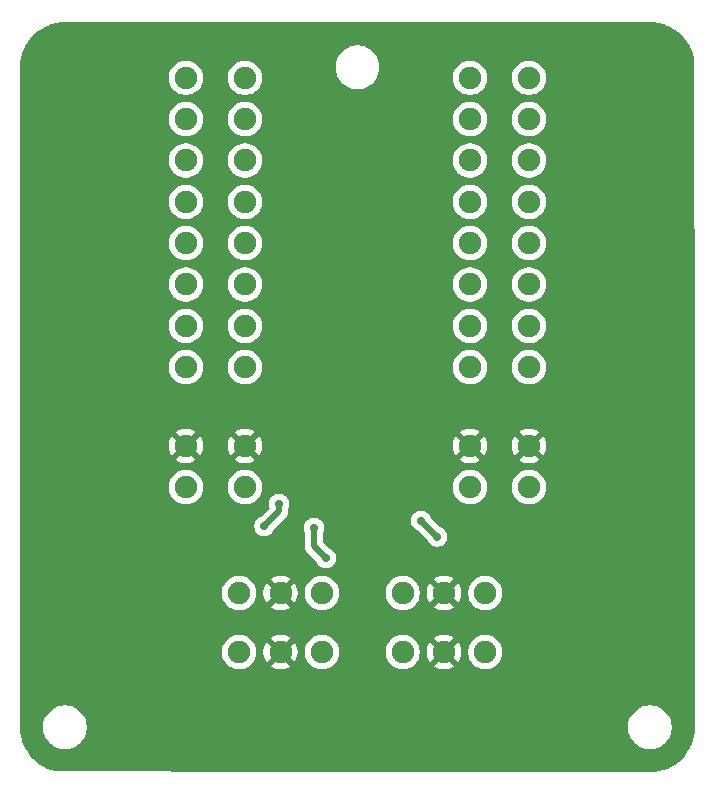
<source format=gbl>
G04 #@! TF.GenerationSoftware,KiCad,Pcbnew,9.0.0*
G04 #@! TF.CreationDate,2025-02-28T23:21:34-08:00*
G04 #@! TF.ProjectId,Constellation STAR ITC V1.1,436f6e73-7465-46c6-9c61-74696f6e2053,rev?*
G04 #@! TF.SameCoordinates,Original*
G04 #@! TF.FileFunction,Copper,L2,Bot*
G04 #@! TF.FilePolarity,Positive*
%FSLAX46Y46*%
G04 Gerber Fmt 4.6, Leading zero omitted, Abs format (unit mm)*
G04 Created by KiCad (PCBNEW 9.0.0) date 2025-02-28 23:21:34*
%MOMM*%
%LPD*%
G01*
G04 APERTURE LIST*
G04 #@! TA.AperFunction,ComponentPad*
%ADD10C,1.900000*%
G04 #@! TD*
G04 #@! TA.AperFunction,ViaPad*
%ADD11C,0.700000*%
G04 #@! TD*
G04 #@! TA.AperFunction,ViaPad*
%ADD12C,1.000000*%
G04 #@! TD*
G04 #@! TA.AperFunction,Conductor*
%ADD13C,0.500000*%
G04 #@! TD*
G04 APERTURE END LIST*
D10*
X44450000Y-61270000D03*
X39450000Y-61270000D03*
X44450000Y-64770000D03*
X39450000Y-64770000D03*
X63500000Y-64770000D03*
X68500000Y-64770000D03*
X63500000Y-61270000D03*
X68500000Y-61270000D03*
X63500000Y-54610000D03*
X68500000Y-54610000D03*
X63500000Y-51109999D03*
X68500000Y-51109999D03*
X63500000Y-47609998D03*
X68500000Y-47609998D03*
X63500000Y-44109998D03*
X68500000Y-44109998D03*
X63500000Y-40609997D03*
X68500000Y-40609997D03*
X63500000Y-37109997D03*
X68500000Y-37109997D03*
X63500000Y-33609996D03*
X68500000Y-33609996D03*
X63500000Y-30109995D03*
X68500000Y-30109995D03*
X43959999Y-73730000D03*
X43959999Y-78730000D03*
X47459999Y-73730000D03*
X47459999Y-78730000D03*
X50960000Y-73730000D03*
X50960000Y-78730000D03*
X57799999Y-73730000D03*
X57799999Y-78730000D03*
X61299999Y-73730000D03*
X61299999Y-78730000D03*
X64800000Y-73730000D03*
X64800000Y-78730000D03*
X44450000Y-30109995D03*
X39450000Y-30109995D03*
X44450000Y-33609996D03*
X39450000Y-33609996D03*
X44450000Y-37109997D03*
X39450000Y-37109997D03*
X44450000Y-40609997D03*
X39450000Y-40609997D03*
X44450000Y-44109998D03*
X39450000Y-44109998D03*
X44450000Y-47609998D03*
X39450000Y-47609998D03*
X44450000Y-51109999D03*
X39450000Y-51109999D03*
X44450000Y-54610000D03*
X39450000Y-54610000D03*
D11*
X59355926Y-67605926D03*
X60720000Y-68960000D03*
X54280000Y-65090000D03*
X54340000Y-54620000D03*
X52270000Y-67200000D03*
X52610000Y-60280000D03*
X56360000Y-52430000D03*
D12*
X58060000Y-58090000D03*
D11*
X46080000Y-68070000D03*
X47330000Y-66180000D03*
X50290000Y-68200000D03*
X51300000Y-70780000D03*
D13*
X60720000Y-68960000D02*
X59365926Y-67605926D01*
X59365926Y-67605926D02*
X59355926Y-67605926D01*
X47330000Y-66180000D02*
X47330000Y-66820000D01*
X47330000Y-66820000D02*
X46080000Y-68070000D01*
X50290000Y-68200000D02*
X50290000Y-69770000D01*
X50290000Y-69770000D02*
X51300000Y-70780000D01*
G04 #@! TA.AperFunction,Conductor*
G36*
X78743032Y-25400648D02*
G01*
X79073550Y-25416886D01*
X79080338Y-25417409D01*
X79158043Y-25425576D01*
X79163118Y-25426219D01*
X79451012Y-25468923D01*
X79458530Y-25470279D01*
X79529110Y-25485281D01*
X79533445Y-25486284D01*
X79822283Y-25558635D01*
X79830447Y-25560981D01*
X79888101Y-25579714D01*
X79891519Y-25580880D01*
X80183376Y-25685308D01*
X80192002Y-25688766D01*
X80228374Y-25704960D01*
X80230808Y-25706077D01*
X80530296Y-25847724D01*
X80541004Y-25853448D01*
X80851215Y-26039382D01*
X80861333Y-26046142D01*
X81151832Y-26261591D01*
X81161238Y-26269311D01*
X81429216Y-26512192D01*
X81437807Y-26520783D01*
X81642247Y-26746348D01*
X81680688Y-26788761D01*
X81688408Y-26798167D01*
X81903857Y-27088666D01*
X81910617Y-27098784D01*
X82096543Y-27408982D01*
X82102280Y-27419714D01*
X82243887Y-27719116D01*
X82245072Y-27721699D01*
X82261225Y-27757980D01*
X82264697Y-27766640D01*
X82369111Y-28058460D01*
X82370290Y-28061916D01*
X82389013Y-28119539D01*
X82391366Y-28127727D01*
X82463714Y-28416551D01*
X82464719Y-28420895D01*
X82479713Y-28491438D01*
X82481081Y-28499022D01*
X82503795Y-28652151D01*
X82505137Y-28670150D01*
X82549500Y-56906751D01*
X82549500Y-85086947D01*
X82549351Y-85093032D01*
X82533115Y-85423506D01*
X82532585Y-85430382D01*
X82524431Y-85507967D01*
X82523768Y-85513201D01*
X82481081Y-85800974D01*
X82479713Y-85808561D01*
X82464718Y-85879103D01*
X82463712Y-85883451D01*
X82391366Y-86172271D01*
X82389013Y-86180459D01*
X82370290Y-86238082D01*
X82369111Y-86241538D01*
X82264697Y-86533358D01*
X82261225Y-86542018D01*
X82245072Y-86578299D01*
X82243887Y-86580882D01*
X82102280Y-86880284D01*
X82096543Y-86891016D01*
X81910617Y-87201215D01*
X81903857Y-87211333D01*
X81688408Y-87501832D01*
X81680688Y-87511238D01*
X81437814Y-87779209D01*
X81429209Y-87787814D01*
X81161238Y-88030688D01*
X81151832Y-88038408D01*
X80861333Y-88253857D01*
X80851215Y-88260617D01*
X80541016Y-88446543D01*
X80530284Y-88452280D01*
X80230882Y-88593887D01*
X80228299Y-88595072D01*
X80192018Y-88611225D01*
X80183358Y-88614697D01*
X79891538Y-88719111D01*
X79888082Y-88720290D01*
X79830459Y-88739013D01*
X79822271Y-88741366D01*
X79533451Y-88813712D01*
X79529103Y-88814718D01*
X79458561Y-88829713D01*
X79450974Y-88831081D01*
X79163201Y-88873768D01*
X79157967Y-88874431D01*
X79080382Y-88882585D01*
X79073506Y-88883115D01*
X78743033Y-88899351D01*
X78736948Y-88899500D01*
X48165913Y-88899500D01*
X48165372Y-88899499D01*
X48109277Y-88899253D01*
X28429414Y-88813239D01*
X28399826Y-88809524D01*
X28127727Y-88741366D01*
X28119539Y-88739013D01*
X28061916Y-88720290D01*
X28058460Y-88719111D01*
X27766640Y-88614697D01*
X27757980Y-88611225D01*
X27721699Y-88595072D01*
X27719116Y-88593887D01*
X27419714Y-88452280D01*
X27408982Y-88446543D01*
X27098784Y-88260617D01*
X27088666Y-88253857D01*
X26798167Y-88038408D01*
X26788761Y-88030688D01*
X26746348Y-87992247D01*
X26520783Y-87787807D01*
X26512192Y-87779216D01*
X26269311Y-87511238D01*
X26261591Y-87501832D01*
X26046142Y-87211333D01*
X26039382Y-87201215D01*
X25883115Y-86940500D01*
X25853448Y-86891004D01*
X25847724Y-86880296D01*
X25706077Y-86580808D01*
X25704960Y-86578374D01*
X25688766Y-86542002D01*
X25685308Y-86533376D01*
X25580880Y-86241519D01*
X25579708Y-86238082D01*
X25560985Y-86180459D01*
X25558632Y-86172271D01*
X25545612Y-86120293D01*
X25486284Y-85883445D01*
X25485280Y-85879103D01*
X25470279Y-85808530D01*
X25468923Y-85801012D01*
X25426219Y-85513118D01*
X25425576Y-85508043D01*
X25417409Y-85430338D01*
X25416886Y-85423550D01*
X25400648Y-85093032D01*
X25400500Y-85086949D01*
X25400500Y-84968711D01*
X27359500Y-84968711D01*
X27359500Y-85211288D01*
X27391161Y-85451785D01*
X27453947Y-85686104D01*
X27501528Y-85800974D01*
X27546776Y-85910212D01*
X27668064Y-86120289D01*
X27668066Y-86120292D01*
X27668067Y-86120293D01*
X27815733Y-86312736D01*
X27815739Y-86312743D01*
X27987256Y-86484260D01*
X27987262Y-86484265D01*
X28179711Y-86631936D01*
X28389788Y-86753224D01*
X28613900Y-86846054D01*
X28848211Y-86908838D01*
X29028586Y-86932584D01*
X29088711Y-86940500D01*
X29088712Y-86940500D01*
X29331289Y-86940500D01*
X29379388Y-86934167D01*
X29571789Y-86908838D01*
X29806100Y-86846054D01*
X30030212Y-86753224D01*
X30240289Y-86631936D01*
X30432738Y-86484265D01*
X30604265Y-86312738D01*
X30751936Y-86120289D01*
X30873224Y-85910212D01*
X30966054Y-85686100D01*
X31028838Y-85451789D01*
X31060500Y-85211288D01*
X31060500Y-84968712D01*
X31060500Y-84968711D01*
X76889500Y-84968711D01*
X76889500Y-85211288D01*
X76921161Y-85451785D01*
X76983947Y-85686104D01*
X77031528Y-85800974D01*
X77076776Y-85910212D01*
X77198064Y-86120289D01*
X77198066Y-86120292D01*
X77198067Y-86120293D01*
X77345733Y-86312736D01*
X77345739Y-86312743D01*
X77517256Y-86484260D01*
X77517262Y-86484265D01*
X77709711Y-86631936D01*
X77919788Y-86753224D01*
X78143900Y-86846054D01*
X78378211Y-86908838D01*
X78558586Y-86932584D01*
X78618711Y-86940500D01*
X78618712Y-86940500D01*
X78861289Y-86940500D01*
X78909388Y-86934167D01*
X79101789Y-86908838D01*
X79336100Y-86846054D01*
X79560212Y-86753224D01*
X79770289Y-86631936D01*
X79962738Y-86484265D01*
X80134265Y-86312738D01*
X80281936Y-86120289D01*
X80403224Y-85910212D01*
X80496054Y-85686100D01*
X80558838Y-85451789D01*
X80590500Y-85211288D01*
X80590500Y-84968712D01*
X80558838Y-84728211D01*
X80496054Y-84493900D01*
X80403224Y-84269788D01*
X80281936Y-84059711D01*
X80134265Y-83867262D01*
X80134260Y-83867256D01*
X79962743Y-83695739D01*
X79962736Y-83695733D01*
X79770293Y-83548067D01*
X79770292Y-83548066D01*
X79770289Y-83548064D01*
X79560212Y-83426776D01*
X79560205Y-83426773D01*
X79336104Y-83333947D01*
X79101785Y-83271161D01*
X78861289Y-83239500D01*
X78861288Y-83239500D01*
X78618712Y-83239500D01*
X78618711Y-83239500D01*
X78378214Y-83271161D01*
X78143895Y-83333947D01*
X77919794Y-83426773D01*
X77919785Y-83426777D01*
X77709706Y-83548067D01*
X77517263Y-83695733D01*
X77517256Y-83695739D01*
X77345739Y-83867256D01*
X77345733Y-83867263D01*
X77198067Y-84059706D01*
X77076777Y-84269785D01*
X77076773Y-84269794D01*
X76983947Y-84493895D01*
X76921161Y-84728214D01*
X76889500Y-84968711D01*
X31060500Y-84968711D01*
X31028838Y-84728211D01*
X30966054Y-84493900D01*
X30873224Y-84269788D01*
X30751936Y-84059711D01*
X30604265Y-83867262D01*
X30604260Y-83867256D01*
X30432743Y-83695739D01*
X30432736Y-83695733D01*
X30240293Y-83548067D01*
X30240292Y-83548066D01*
X30240289Y-83548064D01*
X30030212Y-83426776D01*
X30030205Y-83426773D01*
X29806104Y-83333947D01*
X29571785Y-83271161D01*
X29331289Y-83239500D01*
X29331288Y-83239500D01*
X29088712Y-83239500D01*
X29088711Y-83239500D01*
X28848214Y-83271161D01*
X28613895Y-83333947D01*
X28389794Y-83426773D01*
X28389785Y-83426777D01*
X28179706Y-83548067D01*
X27987263Y-83695733D01*
X27987256Y-83695739D01*
X27815739Y-83867256D01*
X27815733Y-83867263D01*
X27668067Y-84059706D01*
X27546777Y-84269785D01*
X27546773Y-84269794D01*
X27453947Y-84493895D01*
X27391161Y-84728214D01*
X27359500Y-84968711D01*
X25400500Y-84968711D01*
X25400500Y-78615837D01*
X42509499Y-78615837D01*
X42509499Y-78844162D01*
X42545214Y-79069660D01*
X42615769Y-79286803D01*
X42719287Y-79489966D01*
X42719420Y-79490228D01*
X42853620Y-79674937D01*
X43015062Y-79836379D01*
X43199771Y-79970579D01*
X43295883Y-80019550D01*
X43403195Y-80074229D01*
X43403197Y-80074229D01*
X43403200Y-80074231D01*
X43519591Y-80112049D01*
X43620338Y-80144784D01*
X43845837Y-80180500D01*
X43845842Y-80180500D01*
X44074161Y-80180500D01*
X44299659Y-80144784D01*
X44301164Y-80144295D01*
X44516798Y-80074231D01*
X44720227Y-79970579D01*
X44904936Y-79836379D01*
X45066378Y-79674937D01*
X45200578Y-79490228D01*
X45304230Y-79286799D01*
X45374783Y-79069660D01*
X45374801Y-79069544D01*
X45410499Y-78844162D01*
X45410499Y-78615883D01*
X46009999Y-78615883D01*
X46009999Y-78844116D01*
X46045703Y-79069544D01*
X46116229Y-79286604D01*
X46219850Y-79489969D01*
X46273134Y-79563309D01*
X46273136Y-79563309D01*
X46895386Y-78941059D01*
X46900888Y-78961591D01*
X46979880Y-79098408D01*
X47091591Y-79210119D01*
X47228408Y-79289111D01*
X47248938Y-79294612D01*
X46626687Y-79916862D01*
X46626688Y-79916863D01*
X46700029Y-79970148D01*
X46903394Y-80073769D01*
X47120454Y-80144295D01*
X47345883Y-80180000D01*
X47574115Y-80180000D01*
X47799543Y-80144295D01*
X48016603Y-80073769D01*
X48219965Y-79970150D01*
X48293308Y-79916862D01*
X48293309Y-79916862D01*
X47671058Y-79294612D01*
X47691590Y-79289111D01*
X47828407Y-79210119D01*
X47940118Y-79098408D01*
X48019110Y-78961591D01*
X48024611Y-78941060D01*
X48646861Y-79563310D01*
X48646861Y-79563309D01*
X48700149Y-79489966D01*
X48803768Y-79286604D01*
X48874294Y-79069544D01*
X48909999Y-78844116D01*
X48909999Y-78615883D01*
X48909992Y-78615837D01*
X49509500Y-78615837D01*
X49509500Y-78844162D01*
X49545215Y-79069660D01*
X49615770Y-79286803D01*
X49719288Y-79489966D01*
X49719421Y-79490228D01*
X49853621Y-79674937D01*
X50015063Y-79836379D01*
X50199772Y-79970579D01*
X50295884Y-80019550D01*
X50403196Y-80074229D01*
X50403198Y-80074229D01*
X50403201Y-80074231D01*
X50519592Y-80112049D01*
X50620339Y-80144784D01*
X50845838Y-80180500D01*
X50845843Y-80180500D01*
X51074162Y-80180500D01*
X51299660Y-80144784D01*
X51301165Y-80144295D01*
X51516799Y-80074231D01*
X51720228Y-79970579D01*
X51904937Y-79836379D01*
X52066379Y-79674937D01*
X52200579Y-79490228D01*
X52304231Y-79286799D01*
X52374784Y-79069660D01*
X52374802Y-79069544D01*
X52410500Y-78844162D01*
X52410500Y-78615837D01*
X56349499Y-78615837D01*
X56349499Y-78844162D01*
X56385214Y-79069660D01*
X56455769Y-79286803D01*
X56559287Y-79489966D01*
X56559420Y-79490228D01*
X56693620Y-79674937D01*
X56855062Y-79836379D01*
X57039771Y-79970579D01*
X57135883Y-80019550D01*
X57243195Y-80074229D01*
X57243197Y-80074229D01*
X57243200Y-80074231D01*
X57359591Y-80112049D01*
X57460338Y-80144784D01*
X57685837Y-80180500D01*
X57685842Y-80180500D01*
X57914161Y-80180500D01*
X58139659Y-80144784D01*
X58141164Y-80144295D01*
X58356798Y-80074231D01*
X58560227Y-79970579D01*
X58744936Y-79836379D01*
X58906378Y-79674937D01*
X59040578Y-79490228D01*
X59144230Y-79286799D01*
X59214783Y-79069660D01*
X59214801Y-79069544D01*
X59250499Y-78844162D01*
X59250499Y-78615883D01*
X59849999Y-78615883D01*
X59849999Y-78844116D01*
X59885703Y-79069544D01*
X59956229Y-79286604D01*
X60059850Y-79489969D01*
X60113134Y-79563309D01*
X60113136Y-79563309D01*
X60735386Y-78941058D01*
X60740888Y-78961591D01*
X60819880Y-79098408D01*
X60931591Y-79210119D01*
X61068408Y-79289111D01*
X61088938Y-79294612D01*
X60466687Y-79916862D01*
X60466688Y-79916863D01*
X60540029Y-79970148D01*
X60743394Y-80073769D01*
X60960454Y-80144295D01*
X61185883Y-80180000D01*
X61414115Y-80180000D01*
X61639543Y-80144295D01*
X61856603Y-80073769D01*
X62059965Y-79970150D01*
X62133308Y-79916862D01*
X62133309Y-79916862D01*
X61511058Y-79294612D01*
X61531590Y-79289111D01*
X61668407Y-79210119D01*
X61780118Y-79098408D01*
X61859110Y-78961591D01*
X61864611Y-78941059D01*
X62486861Y-79563310D01*
X62486861Y-79563309D01*
X62540149Y-79489966D01*
X62643768Y-79286604D01*
X62714294Y-79069544D01*
X62749999Y-78844116D01*
X62749999Y-78615883D01*
X62749992Y-78615837D01*
X63349500Y-78615837D01*
X63349500Y-78844162D01*
X63385215Y-79069660D01*
X63455770Y-79286803D01*
X63559288Y-79489966D01*
X63559421Y-79490228D01*
X63693621Y-79674937D01*
X63855063Y-79836379D01*
X64039772Y-79970579D01*
X64135884Y-80019550D01*
X64243196Y-80074229D01*
X64243198Y-80074229D01*
X64243201Y-80074231D01*
X64359592Y-80112049D01*
X64460339Y-80144784D01*
X64685838Y-80180500D01*
X64685843Y-80180500D01*
X64914162Y-80180500D01*
X65139660Y-80144784D01*
X65141165Y-80144295D01*
X65356799Y-80074231D01*
X65560228Y-79970579D01*
X65744937Y-79836379D01*
X65906379Y-79674937D01*
X66040579Y-79490228D01*
X66144231Y-79286799D01*
X66214784Y-79069660D01*
X66214802Y-79069544D01*
X66250500Y-78844162D01*
X66250500Y-78615837D01*
X66214784Y-78390339D01*
X66144229Y-78173196D01*
X66040713Y-77970035D01*
X66040579Y-77969772D01*
X65906379Y-77785063D01*
X65744937Y-77623621D01*
X65560228Y-77489421D01*
X65356803Y-77385770D01*
X65139660Y-77315215D01*
X64914162Y-77279500D01*
X64914157Y-77279500D01*
X64685843Y-77279500D01*
X64685838Y-77279500D01*
X64460339Y-77315215D01*
X64243196Y-77385770D01*
X64039771Y-77489421D01*
X63855061Y-77623622D01*
X63693622Y-77785061D01*
X63559421Y-77969771D01*
X63455770Y-78173196D01*
X63385215Y-78390339D01*
X63349500Y-78615837D01*
X62749992Y-78615837D01*
X62714294Y-78390455D01*
X62643768Y-78173395D01*
X62540147Y-77970030D01*
X62486862Y-77896689D01*
X62486861Y-77896688D01*
X61864611Y-78518939D01*
X61859110Y-78498409D01*
X61780118Y-78361592D01*
X61668407Y-78249881D01*
X61531590Y-78170889D01*
X61511057Y-78165387D01*
X62133308Y-77543137D01*
X62133308Y-77543135D01*
X62059968Y-77489851D01*
X61856603Y-77386230D01*
X61639543Y-77315704D01*
X61414115Y-77280000D01*
X61185883Y-77280000D01*
X60960454Y-77315704D01*
X60743394Y-77386230D01*
X60540034Y-77489848D01*
X60540032Y-77489849D01*
X60466688Y-77543135D01*
X60466688Y-77543136D01*
X61088940Y-78165387D01*
X61068408Y-78170889D01*
X60931591Y-78249881D01*
X60819880Y-78361592D01*
X60740888Y-78498409D01*
X60735386Y-78518940D01*
X60113135Y-77896689D01*
X60113134Y-77896689D01*
X60059848Y-77970033D01*
X60059847Y-77970035D01*
X59956229Y-78173395D01*
X59885703Y-78390455D01*
X59849999Y-78615883D01*
X59250499Y-78615883D01*
X59250499Y-78615837D01*
X59214783Y-78390339D01*
X59144228Y-78173196D01*
X59040712Y-77970035D01*
X59040578Y-77969772D01*
X58906378Y-77785063D01*
X58744936Y-77623621D01*
X58560227Y-77489421D01*
X58356802Y-77385770D01*
X58139659Y-77315215D01*
X57914161Y-77279500D01*
X57914156Y-77279500D01*
X57685842Y-77279500D01*
X57685837Y-77279500D01*
X57460338Y-77315215D01*
X57243195Y-77385770D01*
X57039770Y-77489421D01*
X56855060Y-77623622D01*
X56693621Y-77785061D01*
X56559420Y-77969771D01*
X56455769Y-78173196D01*
X56385214Y-78390339D01*
X56349499Y-78615837D01*
X52410500Y-78615837D01*
X52374784Y-78390339D01*
X52304229Y-78173196D01*
X52200713Y-77970035D01*
X52200579Y-77969772D01*
X52066379Y-77785063D01*
X51904937Y-77623621D01*
X51720228Y-77489421D01*
X51516803Y-77385770D01*
X51299660Y-77315215D01*
X51074162Y-77279500D01*
X51074157Y-77279500D01*
X50845843Y-77279500D01*
X50845838Y-77279500D01*
X50620339Y-77315215D01*
X50403196Y-77385770D01*
X50199771Y-77489421D01*
X50015061Y-77623622D01*
X49853622Y-77785061D01*
X49719421Y-77969771D01*
X49615770Y-78173196D01*
X49545215Y-78390339D01*
X49509500Y-78615837D01*
X48909992Y-78615837D01*
X48874294Y-78390455D01*
X48803768Y-78173395D01*
X48700147Y-77970030D01*
X48646862Y-77896689D01*
X48646861Y-77896688D01*
X48024611Y-78518939D01*
X48019110Y-78498409D01*
X47940118Y-78361592D01*
X47828407Y-78249881D01*
X47691590Y-78170889D01*
X47671057Y-78165387D01*
X48293308Y-77543137D01*
X48293308Y-77543135D01*
X48219968Y-77489851D01*
X48016603Y-77386230D01*
X47799543Y-77315704D01*
X47574115Y-77280000D01*
X47345883Y-77280000D01*
X47120454Y-77315704D01*
X46903394Y-77386230D01*
X46700034Y-77489848D01*
X46700032Y-77489849D01*
X46626688Y-77543135D01*
X46626688Y-77543136D01*
X47248940Y-78165387D01*
X47228408Y-78170889D01*
X47091591Y-78249881D01*
X46979880Y-78361592D01*
X46900888Y-78498409D01*
X46895386Y-78518940D01*
X46273135Y-77896689D01*
X46273134Y-77896689D01*
X46219848Y-77970033D01*
X46219847Y-77970035D01*
X46116229Y-78173395D01*
X46045703Y-78390455D01*
X46009999Y-78615883D01*
X45410499Y-78615883D01*
X45410499Y-78615837D01*
X45374783Y-78390339D01*
X45304228Y-78173196D01*
X45200712Y-77970035D01*
X45200578Y-77969772D01*
X45066378Y-77785063D01*
X44904936Y-77623621D01*
X44720227Y-77489421D01*
X44516802Y-77385770D01*
X44299659Y-77315215D01*
X44074161Y-77279500D01*
X44074156Y-77279500D01*
X43845842Y-77279500D01*
X43845837Y-77279500D01*
X43620338Y-77315215D01*
X43403195Y-77385770D01*
X43199770Y-77489421D01*
X43015060Y-77623622D01*
X42853621Y-77785061D01*
X42719420Y-77969771D01*
X42615769Y-78173196D01*
X42545214Y-78390339D01*
X42509499Y-78615837D01*
X25400500Y-78615837D01*
X25400500Y-73615837D01*
X42509499Y-73615837D01*
X42509499Y-73844162D01*
X42545214Y-74069660D01*
X42615769Y-74286803D01*
X42719287Y-74489966D01*
X42719420Y-74490228D01*
X42853620Y-74674937D01*
X43015062Y-74836379D01*
X43199771Y-74970579D01*
X43295883Y-75019550D01*
X43403195Y-75074229D01*
X43403197Y-75074229D01*
X43403200Y-75074231D01*
X43519591Y-75112049D01*
X43620338Y-75144784D01*
X43845837Y-75180500D01*
X43845842Y-75180500D01*
X44074161Y-75180500D01*
X44299659Y-75144784D01*
X44301164Y-75144295D01*
X44516798Y-75074231D01*
X44720227Y-74970579D01*
X44904936Y-74836379D01*
X45066378Y-74674937D01*
X45200578Y-74490228D01*
X45304230Y-74286799D01*
X45374783Y-74069660D01*
X45374801Y-74069544D01*
X45410499Y-73844162D01*
X45410499Y-73615883D01*
X46009999Y-73615883D01*
X46009999Y-73844116D01*
X46045703Y-74069544D01*
X46116229Y-74286604D01*
X46219850Y-74489969D01*
X46273134Y-74563309D01*
X46273136Y-74563309D01*
X46895386Y-73941059D01*
X46900888Y-73961591D01*
X46979880Y-74098408D01*
X47091591Y-74210119D01*
X47228408Y-74289111D01*
X47248938Y-74294612D01*
X46626687Y-74916862D01*
X46626688Y-74916863D01*
X46700029Y-74970148D01*
X46903394Y-75073769D01*
X47120454Y-75144295D01*
X47345883Y-75180000D01*
X47574115Y-75180000D01*
X47799543Y-75144295D01*
X48016603Y-75073769D01*
X48219965Y-74970150D01*
X48293308Y-74916862D01*
X48293309Y-74916862D01*
X47671058Y-74294612D01*
X47691590Y-74289111D01*
X47828407Y-74210119D01*
X47940118Y-74098408D01*
X48019110Y-73961591D01*
X48024611Y-73941060D01*
X48646861Y-74563310D01*
X48646861Y-74563309D01*
X48700149Y-74489966D01*
X48803768Y-74286604D01*
X48874294Y-74069544D01*
X48909999Y-73844116D01*
X48909999Y-73615883D01*
X48909992Y-73615837D01*
X49509500Y-73615837D01*
X49509500Y-73844162D01*
X49545215Y-74069660D01*
X49615770Y-74286803D01*
X49719288Y-74489966D01*
X49719421Y-74490228D01*
X49853621Y-74674937D01*
X50015063Y-74836379D01*
X50199772Y-74970579D01*
X50295884Y-75019550D01*
X50403196Y-75074229D01*
X50403198Y-75074229D01*
X50403201Y-75074231D01*
X50519592Y-75112049D01*
X50620339Y-75144784D01*
X50845838Y-75180500D01*
X50845843Y-75180500D01*
X51074162Y-75180500D01*
X51299660Y-75144784D01*
X51301165Y-75144295D01*
X51516799Y-75074231D01*
X51720228Y-74970579D01*
X51904937Y-74836379D01*
X52066379Y-74674937D01*
X52200579Y-74490228D01*
X52304231Y-74286799D01*
X52374784Y-74069660D01*
X52374802Y-74069544D01*
X52410500Y-73844162D01*
X52410500Y-73615837D01*
X56349499Y-73615837D01*
X56349499Y-73844162D01*
X56385214Y-74069660D01*
X56455769Y-74286803D01*
X56559287Y-74489966D01*
X56559420Y-74490228D01*
X56693620Y-74674937D01*
X56855062Y-74836379D01*
X57039771Y-74970579D01*
X57135883Y-75019550D01*
X57243195Y-75074229D01*
X57243197Y-75074229D01*
X57243200Y-75074231D01*
X57359591Y-75112049D01*
X57460338Y-75144784D01*
X57685837Y-75180500D01*
X57685842Y-75180500D01*
X57914161Y-75180500D01*
X58139659Y-75144784D01*
X58141164Y-75144295D01*
X58356798Y-75074231D01*
X58560227Y-74970579D01*
X58744936Y-74836379D01*
X58906378Y-74674937D01*
X59040578Y-74490228D01*
X59144230Y-74286799D01*
X59214783Y-74069660D01*
X59214801Y-74069544D01*
X59250499Y-73844162D01*
X59250499Y-73615883D01*
X59849999Y-73615883D01*
X59849999Y-73844116D01*
X59885703Y-74069544D01*
X59956229Y-74286604D01*
X60059850Y-74489969D01*
X60113134Y-74563309D01*
X60113136Y-74563309D01*
X60735386Y-73941058D01*
X60740888Y-73961591D01*
X60819880Y-74098408D01*
X60931591Y-74210119D01*
X61068408Y-74289111D01*
X61088938Y-74294612D01*
X60466687Y-74916862D01*
X60466688Y-74916863D01*
X60540029Y-74970148D01*
X60743394Y-75073769D01*
X60960454Y-75144295D01*
X61185883Y-75180000D01*
X61414115Y-75180000D01*
X61639543Y-75144295D01*
X61856603Y-75073769D01*
X62059965Y-74970150D01*
X62133308Y-74916862D01*
X62133309Y-74916862D01*
X61511058Y-74294612D01*
X61531590Y-74289111D01*
X61668407Y-74210119D01*
X61780118Y-74098408D01*
X61859110Y-73961591D01*
X61864611Y-73941059D01*
X62486861Y-74563310D01*
X62486861Y-74563309D01*
X62540149Y-74489966D01*
X62643768Y-74286604D01*
X62714294Y-74069544D01*
X62749999Y-73844116D01*
X62749999Y-73615883D01*
X62749992Y-73615837D01*
X63349500Y-73615837D01*
X63349500Y-73844162D01*
X63385215Y-74069660D01*
X63455770Y-74286803D01*
X63559288Y-74489966D01*
X63559421Y-74490228D01*
X63693621Y-74674937D01*
X63855063Y-74836379D01*
X64039772Y-74970579D01*
X64135884Y-75019550D01*
X64243196Y-75074229D01*
X64243198Y-75074229D01*
X64243201Y-75074231D01*
X64359592Y-75112049D01*
X64460339Y-75144784D01*
X64685838Y-75180500D01*
X64685843Y-75180500D01*
X64914162Y-75180500D01*
X65139660Y-75144784D01*
X65141165Y-75144295D01*
X65356799Y-75074231D01*
X65560228Y-74970579D01*
X65744937Y-74836379D01*
X65906379Y-74674937D01*
X66040579Y-74490228D01*
X66144231Y-74286799D01*
X66214784Y-74069660D01*
X66214802Y-74069544D01*
X66250500Y-73844162D01*
X66250500Y-73615837D01*
X66214784Y-73390339D01*
X66144229Y-73173196D01*
X66040713Y-72970035D01*
X66040579Y-72969772D01*
X65906379Y-72785063D01*
X65744937Y-72623621D01*
X65560228Y-72489421D01*
X65356803Y-72385770D01*
X65139660Y-72315215D01*
X64914162Y-72279500D01*
X64914157Y-72279500D01*
X64685843Y-72279500D01*
X64685838Y-72279500D01*
X64460339Y-72315215D01*
X64243196Y-72385770D01*
X64039771Y-72489421D01*
X63855061Y-72623622D01*
X63693622Y-72785061D01*
X63559421Y-72969771D01*
X63455770Y-73173196D01*
X63385215Y-73390339D01*
X63349500Y-73615837D01*
X62749992Y-73615837D01*
X62714294Y-73390455D01*
X62643768Y-73173395D01*
X62540147Y-72970030D01*
X62486862Y-72896689D01*
X62486861Y-72896688D01*
X61864611Y-73518939D01*
X61859110Y-73498409D01*
X61780118Y-73361592D01*
X61668407Y-73249881D01*
X61531590Y-73170889D01*
X61511057Y-73165387D01*
X62133308Y-72543137D01*
X62133308Y-72543135D01*
X62059968Y-72489851D01*
X61856603Y-72386230D01*
X61639543Y-72315704D01*
X61414115Y-72280000D01*
X61185883Y-72280000D01*
X60960454Y-72315704D01*
X60743394Y-72386230D01*
X60540034Y-72489848D01*
X60540032Y-72489849D01*
X60466688Y-72543135D01*
X60466688Y-72543136D01*
X61088940Y-73165387D01*
X61068408Y-73170889D01*
X60931591Y-73249881D01*
X60819880Y-73361592D01*
X60740888Y-73498409D01*
X60735386Y-73518940D01*
X60113135Y-72896689D01*
X60113134Y-72896689D01*
X60059848Y-72970033D01*
X60059847Y-72970035D01*
X59956229Y-73173395D01*
X59885703Y-73390455D01*
X59849999Y-73615883D01*
X59250499Y-73615883D01*
X59250499Y-73615837D01*
X59214783Y-73390339D01*
X59144228Y-73173196D01*
X59040712Y-72970035D01*
X59040578Y-72969772D01*
X58906378Y-72785063D01*
X58744936Y-72623621D01*
X58560227Y-72489421D01*
X58356802Y-72385770D01*
X58139659Y-72315215D01*
X57914161Y-72279500D01*
X57914156Y-72279500D01*
X57685842Y-72279500D01*
X57685837Y-72279500D01*
X57460338Y-72315215D01*
X57243195Y-72385770D01*
X57039770Y-72489421D01*
X56855060Y-72623622D01*
X56693621Y-72785061D01*
X56559420Y-72969771D01*
X56455769Y-73173196D01*
X56385214Y-73390339D01*
X56349499Y-73615837D01*
X52410500Y-73615837D01*
X52374784Y-73390339D01*
X52304229Y-73173196D01*
X52200713Y-72970035D01*
X52200579Y-72969772D01*
X52066379Y-72785063D01*
X51904937Y-72623621D01*
X51720228Y-72489421D01*
X51516803Y-72385770D01*
X51299660Y-72315215D01*
X51074162Y-72279500D01*
X51074157Y-72279500D01*
X50845843Y-72279500D01*
X50845838Y-72279500D01*
X50620339Y-72315215D01*
X50403196Y-72385770D01*
X50199771Y-72489421D01*
X50015061Y-72623622D01*
X49853622Y-72785061D01*
X49719421Y-72969771D01*
X49615770Y-73173196D01*
X49545215Y-73390339D01*
X49509500Y-73615837D01*
X48909992Y-73615837D01*
X48874294Y-73390455D01*
X48803768Y-73173395D01*
X48700147Y-72970030D01*
X48646862Y-72896689D01*
X48646861Y-72896688D01*
X48024611Y-73518939D01*
X48019110Y-73498409D01*
X47940118Y-73361592D01*
X47828407Y-73249881D01*
X47691590Y-73170889D01*
X47671057Y-73165387D01*
X48293308Y-72543137D01*
X48293308Y-72543135D01*
X48219968Y-72489851D01*
X48016603Y-72386230D01*
X47799543Y-72315704D01*
X47574115Y-72280000D01*
X47345883Y-72280000D01*
X47120454Y-72315704D01*
X46903394Y-72386230D01*
X46700034Y-72489848D01*
X46700032Y-72489849D01*
X46626688Y-72543135D01*
X46626688Y-72543136D01*
X47248940Y-73165387D01*
X47228408Y-73170889D01*
X47091591Y-73249881D01*
X46979880Y-73361592D01*
X46900888Y-73498409D01*
X46895386Y-73518940D01*
X46273135Y-72896689D01*
X46273134Y-72896689D01*
X46219848Y-72970033D01*
X46219847Y-72970035D01*
X46116229Y-73173395D01*
X46045703Y-73390455D01*
X46009999Y-73615883D01*
X45410499Y-73615883D01*
X45410499Y-73615837D01*
X45374783Y-73390339D01*
X45304228Y-73173196D01*
X45200712Y-72970035D01*
X45200578Y-72969772D01*
X45066378Y-72785063D01*
X44904936Y-72623621D01*
X44720227Y-72489421D01*
X44516802Y-72385770D01*
X44299659Y-72315215D01*
X44074161Y-72279500D01*
X44074156Y-72279500D01*
X43845842Y-72279500D01*
X43845837Y-72279500D01*
X43620338Y-72315215D01*
X43403195Y-72385770D01*
X43199770Y-72489421D01*
X43015060Y-72623622D01*
X42853621Y-72785061D01*
X42719420Y-72969771D01*
X42615769Y-73173196D01*
X42545214Y-73390339D01*
X42509499Y-73615837D01*
X25400500Y-73615837D01*
X25400500Y-67986228D01*
X45229500Y-67986228D01*
X45229500Y-68153771D01*
X45262182Y-68318074D01*
X45262184Y-68318082D01*
X45326295Y-68472860D01*
X45419373Y-68612162D01*
X45537837Y-68730626D01*
X45630494Y-68792537D01*
X45677137Y-68823703D01*
X45831918Y-68887816D01*
X45996228Y-68920499D01*
X45996232Y-68920500D01*
X45996233Y-68920500D01*
X46163768Y-68920500D01*
X46163769Y-68920499D01*
X46328082Y-68887816D01*
X46482863Y-68823703D01*
X46622162Y-68730626D01*
X46740626Y-68612162D01*
X46833703Y-68472863D01*
X46891582Y-68333130D01*
X46918458Y-68292908D01*
X47095138Y-68116228D01*
X49439500Y-68116228D01*
X49439500Y-68283771D01*
X49468060Y-68427349D01*
X49472184Y-68448082D01*
X49517356Y-68557137D01*
X49530061Y-68587808D01*
X49539500Y-68635261D01*
X49539500Y-69843918D01*
X49539500Y-69843920D01*
X49539499Y-69843920D01*
X49568340Y-69988907D01*
X49568343Y-69988917D01*
X49624913Y-70125490D01*
X49624914Y-70125491D01*
X49624916Y-70125495D01*
X49644296Y-70154499D01*
X49699979Y-70237837D01*
X49707051Y-70248420D01*
X49707052Y-70248421D01*
X50461539Y-71002907D01*
X50488419Y-71043135D01*
X50546295Y-71182860D01*
X50639373Y-71322162D01*
X50757837Y-71440626D01*
X50850494Y-71502537D01*
X50897137Y-71533703D01*
X51051918Y-71597816D01*
X51216228Y-71630499D01*
X51216232Y-71630500D01*
X51216233Y-71630500D01*
X51383768Y-71630500D01*
X51383769Y-71630499D01*
X51548082Y-71597816D01*
X51702863Y-71533703D01*
X51842162Y-71440626D01*
X51960626Y-71322162D01*
X52053703Y-71182863D01*
X52117816Y-71028082D01*
X52150500Y-70863767D01*
X52150500Y-70696233D01*
X52117816Y-70531918D01*
X52053703Y-70377137D01*
X52022537Y-70330494D01*
X51960626Y-70237837D01*
X51842162Y-70119373D01*
X51702860Y-70026295D01*
X51563135Y-69968419D01*
X51522907Y-69941539D01*
X51076819Y-69495451D01*
X51043334Y-69434128D01*
X51040500Y-69407770D01*
X51040500Y-68635261D01*
X51049939Y-68587808D01*
X51107816Y-68448082D01*
X51140500Y-68283767D01*
X51140500Y-68116233D01*
X51107816Y-67951918D01*
X51043703Y-67797137D01*
X50956841Y-67667139D01*
X50950626Y-67657837D01*
X50832162Y-67539373D01*
X50806392Y-67522154D01*
X58505426Y-67522154D01*
X58505426Y-67689697D01*
X58538108Y-67854000D01*
X58538110Y-67854008D01*
X58602221Y-68008786D01*
X58695299Y-68148088D01*
X58813763Y-68266552D01*
X58890872Y-68318074D01*
X58953063Y-68359629D01*
X58953064Y-68359629D01*
X58953065Y-68359630D01*
X59109862Y-68424578D01*
X59150090Y-68451458D01*
X59881539Y-69182907D01*
X59908419Y-69223135D01*
X59966295Y-69362860D01*
X60059373Y-69502162D01*
X60177837Y-69620626D01*
X60270494Y-69682537D01*
X60317137Y-69713703D01*
X60471918Y-69777816D01*
X60636228Y-69810499D01*
X60636232Y-69810500D01*
X60636233Y-69810500D01*
X60803768Y-69810500D01*
X60803769Y-69810499D01*
X60968082Y-69777816D01*
X61122863Y-69713703D01*
X61262162Y-69620626D01*
X61380626Y-69502162D01*
X61473703Y-69362863D01*
X61537816Y-69208082D01*
X61570500Y-69043767D01*
X61570500Y-68876233D01*
X61537816Y-68711918D01*
X61473703Y-68557137D01*
X61417393Y-68472863D01*
X61380626Y-68417837D01*
X61262162Y-68299373D01*
X61122860Y-68206295D01*
X60983135Y-68148419D01*
X60942907Y-68121539D01*
X60187315Y-67365947D01*
X60160435Y-67325719D01*
X60156531Y-67316295D01*
X60116441Y-67219509D01*
X60109630Y-67203065D01*
X60091208Y-67175495D01*
X60078463Y-67156420D01*
X60016552Y-67063763D01*
X59898088Y-66945299D01*
X59758786Y-66852221D01*
X59604008Y-66788110D01*
X59604000Y-66788108D01*
X59439697Y-66755426D01*
X59439693Y-66755426D01*
X59272159Y-66755426D01*
X59272154Y-66755426D01*
X59107851Y-66788108D01*
X59107843Y-66788110D01*
X58953065Y-66852221D01*
X58813763Y-66945299D01*
X58695299Y-67063763D01*
X58602221Y-67203065D01*
X58538110Y-67357843D01*
X58538108Y-67357851D01*
X58505426Y-67522154D01*
X50806392Y-67522154D01*
X50692860Y-67446295D01*
X50538082Y-67382184D01*
X50538074Y-67382182D01*
X50373771Y-67349500D01*
X50373767Y-67349500D01*
X50206233Y-67349500D01*
X50206228Y-67349500D01*
X50041925Y-67382182D01*
X50041917Y-67382184D01*
X49887139Y-67446295D01*
X49747837Y-67539373D01*
X49629373Y-67657837D01*
X49536295Y-67797139D01*
X49472184Y-67951917D01*
X49472182Y-67951925D01*
X49439500Y-68116228D01*
X47095138Y-68116228D01*
X47912952Y-67298416D01*
X47965681Y-67219500D01*
X47995084Y-67175495D01*
X48051658Y-67038913D01*
X48070279Y-66945300D01*
X48080500Y-66893920D01*
X48080500Y-66615261D01*
X48089939Y-66567808D01*
X48107292Y-66525914D01*
X48147816Y-66428082D01*
X48180500Y-66263767D01*
X48180500Y-66096233D01*
X48147816Y-65931918D01*
X48083703Y-65777137D01*
X48042142Y-65714937D01*
X47990626Y-65637837D01*
X47872162Y-65519373D01*
X47732860Y-65426295D01*
X47578082Y-65362184D01*
X47578074Y-65362182D01*
X47413771Y-65329500D01*
X47413767Y-65329500D01*
X47246233Y-65329500D01*
X47246228Y-65329500D01*
X47081925Y-65362182D01*
X47081917Y-65362184D01*
X46927139Y-65426295D01*
X46787837Y-65519373D01*
X46669373Y-65637837D01*
X46576295Y-65777139D01*
X46512184Y-65931917D01*
X46512182Y-65931925D01*
X46479500Y-66096228D01*
X46479500Y-66263771D01*
X46512182Y-66428074D01*
X46512185Y-66428086D01*
X46523932Y-66456445D01*
X46531401Y-66525914D01*
X46500126Y-66588393D01*
X46497052Y-66591578D01*
X45857090Y-67231540D01*
X45816862Y-67258420D01*
X45677139Y-67316295D01*
X45537837Y-67409373D01*
X45419373Y-67527837D01*
X45326295Y-67667139D01*
X45262184Y-67821917D01*
X45262182Y-67821925D01*
X45229500Y-67986228D01*
X25400500Y-67986228D01*
X25400500Y-64655837D01*
X37999500Y-64655837D01*
X37999500Y-64884162D01*
X38035215Y-65109660D01*
X38105770Y-65326803D01*
X38203890Y-65519373D01*
X38209421Y-65530228D01*
X38343621Y-65714937D01*
X38505063Y-65876379D01*
X38689772Y-66010579D01*
X38785884Y-66059550D01*
X38893196Y-66114229D01*
X38893198Y-66114229D01*
X38893201Y-66114231D01*
X39009592Y-66152049D01*
X39110339Y-66184784D01*
X39335838Y-66220500D01*
X39335843Y-66220500D01*
X39564162Y-66220500D01*
X39789660Y-66184784D01*
X40006799Y-66114231D01*
X40210228Y-66010579D01*
X40394937Y-65876379D01*
X40556379Y-65714937D01*
X40690579Y-65530228D01*
X40794231Y-65326799D01*
X40864784Y-65109660D01*
X40900500Y-64884162D01*
X40900500Y-64655837D01*
X42999500Y-64655837D01*
X42999500Y-64884162D01*
X43035215Y-65109660D01*
X43105770Y-65326803D01*
X43203890Y-65519373D01*
X43209421Y-65530228D01*
X43343621Y-65714937D01*
X43505063Y-65876379D01*
X43689772Y-66010579D01*
X43785884Y-66059550D01*
X43893196Y-66114229D01*
X43893198Y-66114229D01*
X43893201Y-66114231D01*
X44009592Y-66152049D01*
X44110339Y-66184784D01*
X44335838Y-66220500D01*
X44335843Y-66220500D01*
X44564162Y-66220500D01*
X44789660Y-66184784D01*
X45006799Y-66114231D01*
X45210228Y-66010579D01*
X45394937Y-65876379D01*
X45556379Y-65714937D01*
X45690579Y-65530228D01*
X45794231Y-65326799D01*
X45864784Y-65109660D01*
X45900500Y-64884162D01*
X45900500Y-64655837D01*
X62049500Y-64655837D01*
X62049500Y-64884162D01*
X62085215Y-65109660D01*
X62155770Y-65326803D01*
X62253890Y-65519373D01*
X62259421Y-65530228D01*
X62393621Y-65714937D01*
X62555063Y-65876379D01*
X62739772Y-66010579D01*
X62835884Y-66059550D01*
X62943196Y-66114229D01*
X62943198Y-66114229D01*
X62943201Y-66114231D01*
X63059592Y-66152049D01*
X63160339Y-66184784D01*
X63385838Y-66220500D01*
X63385843Y-66220500D01*
X63614162Y-66220500D01*
X63839660Y-66184784D01*
X64056799Y-66114231D01*
X64260228Y-66010579D01*
X64444937Y-65876379D01*
X64606379Y-65714937D01*
X64740579Y-65530228D01*
X64844231Y-65326799D01*
X64914784Y-65109660D01*
X64950500Y-64884162D01*
X64950500Y-64655837D01*
X67049500Y-64655837D01*
X67049500Y-64884162D01*
X67085215Y-65109660D01*
X67155770Y-65326803D01*
X67253890Y-65519373D01*
X67259421Y-65530228D01*
X67393621Y-65714937D01*
X67555063Y-65876379D01*
X67739772Y-66010579D01*
X67835884Y-66059550D01*
X67943196Y-66114229D01*
X67943198Y-66114229D01*
X67943201Y-66114231D01*
X68059592Y-66152049D01*
X68160339Y-66184784D01*
X68385838Y-66220500D01*
X68385843Y-66220500D01*
X68614162Y-66220500D01*
X68839660Y-66184784D01*
X69056799Y-66114231D01*
X69260228Y-66010579D01*
X69444937Y-65876379D01*
X69606379Y-65714937D01*
X69740579Y-65530228D01*
X69844231Y-65326799D01*
X69914784Y-65109660D01*
X69950500Y-64884162D01*
X69950500Y-64655837D01*
X69914784Y-64430339D01*
X69844229Y-64213196D01*
X69740578Y-64009771D01*
X69606379Y-63825063D01*
X69444937Y-63663621D01*
X69260228Y-63529421D01*
X69056803Y-63425770D01*
X68839660Y-63355215D01*
X68614162Y-63319500D01*
X68614157Y-63319500D01*
X68385843Y-63319500D01*
X68385838Y-63319500D01*
X68160339Y-63355215D01*
X67943196Y-63425770D01*
X67739771Y-63529421D01*
X67555061Y-63663622D01*
X67393622Y-63825061D01*
X67259421Y-64009771D01*
X67155770Y-64213196D01*
X67085215Y-64430339D01*
X67049500Y-64655837D01*
X64950500Y-64655837D01*
X64914784Y-64430339D01*
X64844229Y-64213196D01*
X64740578Y-64009771D01*
X64606379Y-63825063D01*
X64444937Y-63663621D01*
X64260228Y-63529421D01*
X64056803Y-63425770D01*
X63839660Y-63355215D01*
X63614162Y-63319500D01*
X63614157Y-63319500D01*
X63385843Y-63319500D01*
X63385838Y-63319500D01*
X63160339Y-63355215D01*
X62943196Y-63425770D01*
X62739771Y-63529421D01*
X62555061Y-63663622D01*
X62393622Y-63825061D01*
X62259421Y-64009771D01*
X62155770Y-64213196D01*
X62085215Y-64430339D01*
X62049500Y-64655837D01*
X45900500Y-64655837D01*
X45864784Y-64430339D01*
X45794229Y-64213196D01*
X45690578Y-64009771D01*
X45556379Y-63825063D01*
X45394937Y-63663621D01*
X45210228Y-63529421D01*
X45006803Y-63425770D01*
X44789660Y-63355215D01*
X44564162Y-63319500D01*
X44564157Y-63319500D01*
X44335843Y-63319500D01*
X44335838Y-63319500D01*
X44110339Y-63355215D01*
X43893196Y-63425770D01*
X43689771Y-63529421D01*
X43505061Y-63663622D01*
X43343622Y-63825061D01*
X43209421Y-64009771D01*
X43105770Y-64213196D01*
X43035215Y-64430339D01*
X42999500Y-64655837D01*
X40900500Y-64655837D01*
X40864784Y-64430339D01*
X40794229Y-64213196D01*
X40690578Y-64009771D01*
X40556379Y-63825063D01*
X40394937Y-63663621D01*
X40210228Y-63529421D01*
X40006803Y-63425770D01*
X39789660Y-63355215D01*
X39564162Y-63319500D01*
X39564157Y-63319500D01*
X39335843Y-63319500D01*
X39335838Y-63319500D01*
X39110339Y-63355215D01*
X38893196Y-63425770D01*
X38689771Y-63529421D01*
X38505061Y-63663622D01*
X38343622Y-63825061D01*
X38209421Y-64009771D01*
X38105770Y-64213196D01*
X38035215Y-64430339D01*
X37999500Y-64655837D01*
X25400500Y-64655837D01*
X25400500Y-61155883D01*
X38000000Y-61155883D01*
X38000000Y-61384116D01*
X38035704Y-61609544D01*
X38106230Y-61826604D01*
X38209851Y-62029969D01*
X38263135Y-62103309D01*
X38263137Y-62103309D01*
X38885387Y-61481059D01*
X38890889Y-61501591D01*
X38969881Y-61638408D01*
X39081592Y-61750119D01*
X39218409Y-61829111D01*
X39238939Y-61834612D01*
X38616688Y-62456862D01*
X38616689Y-62456863D01*
X38690030Y-62510148D01*
X38893395Y-62613769D01*
X39110455Y-62684295D01*
X39335884Y-62720000D01*
X39564116Y-62720000D01*
X39789544Y-62684295D01*
X40006604Y-62613769D01*
X40209966Y-62510150D01*
X40283309Y-62456862D01*
X40283310Y-62456862D01*
X39661059Y-61834612D01*
X39681591Y-61829111D01*
X39818408Y-61750119D01*
X39930119Y-61638408D01*
X40009111Y-61501591D01*
X40014612Y-61481059D01*
X40636862Y-62103310D01*
X40636862Y-62103309D01*
X40690150Y-62029966D01*
X40793769Y-61826604D01*
X40864295Y-61609544D01*
X40900000Y-61384116D01*
X40900000Y-61155883D01*
X43000000Y-61155883D01*
X43000000Y-61384116D01*
X43035704Y-61609544D01*
X43106230Y-61826604D01*
X43209851Y-62029969D01*
X43263135Y-62103309D01*
X43263137Y-62103309D01*
X43885387Y-61481059D01*
X43890889Y-61501591D01*
X43969881Y-61638408D01*
X44081592Y-61750119D01*
X44218409Y-61829111D01*
X44238939Y-61834612D01*
X43616688Y-62456862D01*
X43616689Y-62456863D01*
X43690030Y-62510148D01*
X43893395Y-62613769D01*
X44110455Y-62684295D01*
X44335884Y-62720000D01*
X44564116Y-62720000D01*
X44789544Y-62684295D01*
X45006604Y-62613769D01*
X45209966Y-62510150D01*
X45283309Y-62456862D01*
X45283310Y-62456862D01*
X44661059Y-61834612D01*
X44681591Y-61829111D01*
X44818408Y-61750119D01*
X44930119Y-61638408D01*
X45009111Y-61501591D01*
X45014612Y-61481059D01*
X45636862Y-62103310D01*
X45636862Y-62103309D01*
X45690150Y-62029966D01*
X45793769Y-61826604D01*
X45864295Y-61609544D01*
X45900000Y-61384116D01*
X45900000Y-61155883D01*
X62050000Y-61155883D01*
X62050000Y-61384116D01*
X62085704Y-61609544D01*
X62156230Y-61826604D01*
X62259851Y-62029969D01*
X62313135Y-62103309D01*
X62313137Y-62103309D01*
X62935387Y-61481058D01*
X62940889Y-61501591D01*
X63019881Y-61638408D01*
X63131592Y-61750119D01*
X63268409Y-61829111D01*
X63288939Y-61834612D01*
X62666688Y-62456862D01*
X62666689Y-62456863D01*
X62740030Y-62510148D01*
X62943395Y-62613769D01*
X63160455Y-62684295D01*
X63385884Y-62720000D01*
X63614116Y-62720000D01*
X63839544Y-62684295D01*
X64056604Y-62613769D01*
X64259966Y-62510150D01*
X64333309Y-62456862D01*
X64333310Y-62456862D01*
X63711059Y-61834612D01*
X63731591Y-61829111D01*
X63868408Y-61750119D01*
X63980119Y-61638408D01*
X64059111Y-61501591D01*
X64064612Y-61481060D01*
X64686862Y-62103310D01*
X64686862Y-62103309D01*
X64740150Y-62029966D01*
X64843769Y-61826604D01*
X64914295Y-61609544D01*
X64950000Y-61384116D01*
X64950000Y-61155883D01*
X67050000Y-61155883D01*
X67050000Y-61384116D01*
X67085704Y-61609544D01*
X67156230Y-61826604D01*
X67259851Y-62029969D01*
X67313135Y-62103309D01*
X67313137Y-62103309D01*
X67935387Y-61481059D01*
X67940889Y-61501591D01*
X68019881Y-61638408D01*
X68131592Y-61750119D01*
X68268409Y-61829111D01*
X68288939Y-61834612D01*
X67666688Y-62456862D01*
X67666689Y-62456863D01*
X67740030Y-62510148D01*
X67943395Y-62613769D01*
X68160455Y-62684295D01*
X68385884Y-62720000D01*
X68614116Y-62720000D01*
X68839544Y-62684295D01*
X69056604Y-62613769D01*
X69259966Y-62510150D01*
X69333309Y-62456862D01*
X69333310Y-62456862D01*
X68711059Y-61834612D01*
X68731591Y-61829111D01*
X68868408Y-61750119D01*
X68980119Y-61638408D01*
X69059111Y-61501591D01*
X69064612Y-61481059D01*
X69686862Y-62103310D01*
X69686862Y-62103309D01*
X69740150Y-62029966D01*
X69843769Y-61826604D01*
X69914295Y-61609544D01*
X69950000Y-61384116D01*
X69950000Y-61155883D01*
X69914295Y-60930455D01*
X69843769Y-60713395D01*
X69740148Y-60510030D01*
X69686863Y-60436689D01*
X69686862Y-60436688D01*
X69064612Y-61058939D01*
X69059111Y-61038409D01*
X68980119Y-60901592D01*
X68868408Y-60789881D01*
X68731591Y-60710889D01*
X68711058Y-60705387D01*
X69333309Y-60083137D01*
X69333309Y-60083135D01*
X69259969Y-60029851D01*
X69056604Y-59926230D01*
X68839544Y-59855704D01*
X68614116Y-59820000D01*
X68385884Y-59820000D01*
X68160455Y-59855704D01*
X67943395Y-59926230D01*
X67740035Y-60029848D01*
X67740033Y-60029849D01*
X67666689Y-60083135D01*
X67666689Y-60083136D01*
X68288941Y-60705387D01*
X68268409Y-60710889D01*
X68131592Y-60789881D01*
X68019881Y-60901592D01*
X67940889Y-61038409D01*
X67935387Y-61058940D01*
X67313136Y-60436689D01*
X67313135Y-60436689D01*
X67259849Y-60510033D01*
X67259848Y-60510035D01*
X67156230Y-60713395D01*
X67085704Y-60930455D01*
X67050000Y-61155883D01*
X64950000Y-61155883D01*
X64914295Y-60930455D01*
X64843769Y-60713395D01*
X64740148Y-60510030D01*
X64686863Y-60436689D01*
X64686862Y-60436688D01*
X64064612Y-61058939D01*
X64059111Y-61038409D01*
X63980119Y-60901592D01*
X63868408Y-60789881D01*
X63731591Y-60710889D01*
X63711058Y-60705387D01*
X64333309Y-60083137D01*
X64333309Y-60083135D01*
X64259969Y-60029851D01*
X64056604Y-59926230D01*
X63839544Y-59855704D01*
X63614116Y-59820000D01*
X63385884Y-59820000D01*
X63160455Y-59855704D01*
X62943395Y-59926230D01*
X62740035Y-60029848D01*
X62740033Y-60029849D01*
X62666689Y-60083135D01*
X62666689Y-60083136D01*
X63288941Y-60705387D01*
X63268409Y-60710889D01*
X63131592Y-60789881D01*
X63019881Y-60901592D01*
X62940889Y-61038409D01*
X62935387Y-61058940D01*
X62313136Y-60436689D01*
X62313135Y-60436689D01*
X62259849Y-60510033D01*
X62259848Y-60510035D01*
X62156230Y-60713395D01*
X62085704Y-60930455D01*
X62050000Y-61155883D01*
X45900000Y-61155883D01*
X45864295Y-60930455D01*
X45793769Y-60713395D01*
X45690148Y-60510030D01*
X45636863Y-60436689D01*
X45636862Y-60436688D01*
X45014612Y-61058939D01*
X45009111Y-61038409D01*
X44930119Y-60901592D01*
X44818408Y-60789881D01*
X44681591Y-60710889D01*
X44661058Y-60705387D01*
X45283309Y-60083137D01*
X45283309Y-60083135D01*
X45209969Y-60029851D01*
X45006604Y-59926230D01*
X44789544Y-59855704D01*
X44564116Y-59820000D01*
X44335884Y-59820000D01*
X44110455Y-59855704D01*
X43893395Y-59926230D01*
X43690035Y-60029848D01*
X43690033Y-60029849D01*
X43616689Y-60083135D01*
X43616689Y-60083136D01*
X44238941Y-60705387D01*
X44218409Y-60710889D01*
X44081592Y-60789881D01*
X43969881Y-60901592D01*
X43890889Y-61038409D01*
X43885387Y-61058940D01*
X43263136Y-60436689D01*
X43263135Y-60436689D01*
X43209849Y-60510033D01*
X43209848Y-60510035D01*
X43106230Y-60713395D01*
X43035704Y-60930455D01*
X43000000Y-61155883D01*
X40900000Y-61155883D01*
X40864295Y-60930455D01*
X40793769Y-60713395D01*
X40690148Y-60510030D01*
X40636863Y-60436689D01*
X40636862Y-60436688D01*
X40014612Y-61058939D01*
X40009111Y-61038409D01*
X39930119Y-60901592D01*
X39818408Y-60789881D01*
X39681591Y-60710889D01*
X39661058Y-60705387D01*
X40283309Y-60083137D01*
X40283309Y-60083135D01*
X40209969Y-60029851D01*
X40006604Y-59926230D01*
X39789544Y-59855704D01*
X39564116Y-59820000D01*
X39335884Y-59820000D01*
X39110455Y-59855704D01*
X38893395Y-59926230D01*
X38690035Y-60029848D01*
X38690033Y-60029849D01*
X38616689Y-60083135D01*
X38616689Y-60083136D01*
X39238941Y-60705387D01*
X39218409Y-60710889D01*
X39081592Y-60789881D01*
X38969881Y-60901592D01*
X38890889Y-61038409D01*
X38885387Y-61058940D01*
X38263136Y-60436689D01*
X38263135Y-60436689D01*
X38209849Y-60510033D01*
X38209848Y-60510035D01*
X38106230Y-60713395D01*
X38035704Y-60930455D01*
X38000000Y-61155883D01*
X25400500Y-61155883D01*
X25400500Y-54495837D01*
X37999500Y-54495837D01*
X37999500Y-54724162D01*
X38035215Y-54949660D01*
X38105770Y-55166803D01*
X38209421Y-55370228D01*
X38343621Y-55554937D01*
X38505063Y-55716379D01*
X38689772Y-55850579D01*
X38785884Y-55899550D01*
X38893196Y-55954229D01*
X38893198Y-55954229D01*
X38893201Y-55954231D01*
X39009592Y-55992049D01*
X39110339Y-56024784D01*
X39335838Y-56060500D01*
X39335843Y-56060500D01*
X39564162Y-56060500D01*
X39789660Y-56024784D01*
X40006799Y-55954231D01*
X40210228Y-55850579D01*
X40394937Y-55716379D01*
X40556379Y-55554937D01*
X40690579Y-55370228D01*
X40794231Y-55166799D01*
X40864784Y-54949660D01*
X40900500Y-54724162D01*
X40900500Y-54495837D01*
X42999500Y-54495837D01*
X42999500Y-54724162D01*
X43035215Y-54949660D01*
X43105770Y-55166803D01*
X43209421Y-55370228D01*
X43343621Y-55554937D01*
X43505063Y-55716379D01*
X43689772Y-55850579D01*
X43785884Y-55899550D01*
X43893196Y-55954229D01*
X43893198Y-55954229D01*
X43893201Y-55954231D01*
X44009592Y-55992049D01*
X44110339Y-56024784D01*
X44335838Y-56060500D01*
X44335843Y-56060500D01*
X44564162Y-56060500D01*
X44789660Y-56024784D01*
X45006799Y-55954231D01*
X45210228Y-55850579D01*
X45394937Y-55716379D01*
X45556379Y-55554937D01*
X45690579Y-55370228D01*
X45794231Y-55166799D01*
X45864784Y-54949660D01*
X45900500Y-54724162D01*
X45900500Y-54495837D01*
X62049500Y-54495837D01*
X62049500Y-54724162D01*
X62085215Y-54949660D01*
X62155770Y-55166803D01*
X62259421Y-55370228D01*
X62393621Y-55554937D01*
X62555063Y-55716379D01*
X62739772Y-55850579D01*
X62835884Y-55899550D01*
X62943196Y-55954229D01*
X62943198Y-55954229D01*
X62943201Y-55954231D01*
X63059592Y-55992049D01*
X63160339Y-56024784D01*
X63385838Y-56060500D01*
X63385843Y-56060500D01*
X63614162Y-56060500D01*
X63839660Y-56024784D01*
X64056799Y-55954231D01*
X64260228Y-55850579D01*
X64444937Y-55716379D01*
X64606379Y-55554937D01*
X64740579Y-55370228D01*
X64844231Y-55166799D01*
X64914784Y-54949660D01*
X64950500Y-54724162D01*
X64950500Y-54495837D01*
X67049500Y-54495837D01*
X67049500Y-54724162D01*
X67085215Y-54949660D01*
X67155770Y-55166803D01*
X67259421Y-55370228D01*
X67393621Y-55554937D01*
X67555063Y-55716379D01*
X67739772Y-55850579D01*
X67835884Y-55899550D01*
X67943196Y-55954229D01*
X67943198Y-55954229D01*
X67943201Y-55954231D01*
X68059592Y-55992049D01*
X68160339Y-56024784D01*
X68385838Y-56060500D01*
X68385843Y-56060500D01*
X68614162Y-56060500D01*
X68839660Y-56024784D01*
X69056799Y-55954231D01*
X69260228Y-55850579D01*
X69444937Y-55716379D01*
X69606379Y-55554937D01*
X69740579Y-55370228D01*
X69844231Y-55166799D01*
X69914784Y-54949660D01*
X69950500Y-54724162D01*
X69950500Y-54495837D01*
X69914784Y-54270339D01*
X69844229Y-54053196D01*
X69740578Y-53849771D01*
X69606379Y-53665063D01*
X69444937Y-53503621D01*
X69260228Y-53369421D01*
X69056803Y-53265770D01*
X68839660Y-53195215D01*
X68614162Y-53159500D01*
X68614157Y-53159500D01*
X68385843Y-53159500D01*
X68385838Y-53159500D01*
X68160339Y-53195215D01*
X67943196Y-53265770D01*
X67739771Y-53369421D01*
X67555061Y-53503622D01*
X67393622Y-53665061D01*
X67259421Y-53849771D01*
X67155770Y-54053196D01*
X67085215Y-54270339D01*
X67049500Y-54495837D01*
X64950500Y-54495837D01*
X64914784Y-54270339D01*
X64844229Y-54053196D01*
X64740578Y-53849771D01*
X64606379Y-53665063D01*
X64444937Y-53503621D01*
X64260228Y-53369421D01*
X64056803Y-53265770D01*
X63839660Y-53195215D01*
X63614162Y-53159500D01*
X63614157Y-53159500D01*
X63385843Y-53159500D01*
X63385838Y-53159500D01*
X63160339Y-53195215D01*
X62943196Y-53265770D01*
X62739771Y-53369421D01*
X62555061Y-53503622D01*
X62393622Y-53665061D01*
X62259421Y-53849771D01*
X62155770Y-54053196D01*
X62085215Y-54270339D01*
X62049500Y-54495837D01*
X45900500Y-54495837D01*
X45864784Y-54270339D01*
X45794229Y-54053196D01*
X45690578Y-53849771D01*
X45556379Y-53665063D01*
X45394937Y-53503621D01*
X45210228Y-53369421D01*
X45006803Y-53265770D01*
X44789660Y-53195215D01*
X44564162Y-53159500D01*
X44564157Y-53159500D01*
X44335843Y-53159500D01*
X44335838Y-53159500D01*
X44110339Y-53195215D01*
X43893196Y-53265770D01*
X43689771Y-53369421D01*
X43505061Y-53503622D01*
X43343622Y-53665061D01*
X43209421Y-53849771D01*
X43105770Y-54053196D01*
X43035215Y-54270339D01*
X42999500Y-54495837D01*
X40900500Y-54495837D01*
X40864784Y-54270339D01*
X40794229Y-54053196D01*
X40690578Y-53849771D01*
X40556379Y-53665063D01*
X40394937Y-53503621D01*
X40210228Y-53369421D01*
X40006803Y-53265770D01*
X39789660Y-53195215D01*
X39564162Y-53159500D01*
X39564157Y-53159500D01*
X39335843Y-53159500D01*
X39335838Y-53159500D01*
X39110339Y-53195215D01*
X38893196Y-53265770D01*
X38689771Y-53369421D01*
X38505061Y-53503622D01*
X38343622Y-53665061D01*
X38209421Y-53849771D01*
X38105770Y-54053196D01*
X38035215Y-54270339D01*
X37999500Y-54495837D01*
X25400500Y-54495837D01*
X25400500Y-50995836D01*
X37999500Y-50995836D01*
X37999500Y-51224161D01*
X38035215Y-51449659D01*
X38105770Y-51666802D01*
X38209421Y-51870227D01*
X38343621Y-52054936D01*
X38505063Y-52216378D01*
X38689772Y-52350578D01*
X38785884Y-52399549D01*
X38893196Y-52454228D01*
X38893198Y-52454228D01*
X38893201Y-52454230D01*
X39009592Y-52492048D01*
X39110339Y-52524783D01*
X39335838Y-52560499D01*
X39335843Y-52560499D01*
X39564162Y-52560499D01*
X39789660Y-52524783D01*
X40006799Y-52454230D01*
X40210228Y-52350578D01*
X40394937Y-52216378D01*
X40556379Y-52054936D01*
X40690579Y-51870227D01*
X40794231Y-51666798D01*
X40864784Y-51449659D01*
X40900500Y-51224161D01*
X40900500Y-50995836D01*
X42999500Y-50995836D01*
X42999500Y-51224161D01*
X43035215Y-51449659D01*
X43105770Y-51666802D01*
X43209421Y-51870227D01*
X43343621Y-52054936D01*
X43505063Y-52216378D01*
X43689772Y-52350578D01*
X43785884Y-52399549D01*
X43893196Y-52454228D01*
X43893198Y-52454228D01*
X43893201Y-52454230D01*
X44009592Y-52492048D01*
X44110339Y-52524783D01*
X44335838Y-52560499D01*
X44335843Y-52560499D01*
X44564162Y-52560499D01*
X44789660Y-52524783D01*
X45006799Y-52454230D01*
X45210228Y-52350578D01*
X45394937Y-52216378D01*
X45556379Y-52054936D01*
X45690579Y-51870227D01*
X45794231Y-51666798D01*
X45864784Y-51449659D01*
X45900500Y-51224161D01*
X45900500Y-50995836D01*
X62049500Y-50995836D01*
X62049500Y-51224161D01*
X62085215Y-51449659D01*
X62155770Y-51666802D01*
X62259421Y-51870227D01*
X62393621Y-52054936D01*
X62555063Y-52216378D01*
X62739772Y-52350578D01*
X62835884Y-52399549D01*
X62943196Y-52454228D01*
X62943198Y-52454228D01*
X62943201Y-52454230D01*
X63059592Y-52492048D01*
X63160339Y-52524783D01*
X63385838Y-52560499D01*
X63385843Y-52560499D01*
X63614162Y-52560499D01*
X63839660Y-52524783D01*
X64056799Y-52454230D01*
X64260228Y-52350578D01*
X64444937Y-52216378D01*
X64606379Y-52054936D01*
X64740579Y-51870227D01*
X64844231Y-51666798D01*
X64914784Y-51449659D01*
X64950500Y-51224161D01*
X64950500Y-50995836D01*
X67049500Y-50995836D01*
X67049500Y-51224161D01*
X67085215Y-51449659D01*
X67155770Y-51666802D01*
X67259421Y-51870227D01*
X67393621Y-52054936D01*
X67555063Y-52216378D01*
X67739772Y-52350578D01*
X67835884Y-52399549D01*
X67943196Y-52454228D01*
X67943198Y-52454228D01*
X67943201Y-52454230D01*
X68059592Y-52492048D01*
X68160339Y-52524783D01*
X68385838Y-52560499D01*
X68385843Y-52560499D01*
X68614162Y-52560499D01*
X68839660Y-52524783D01*
X69056799Y-52454230D01*
X69260228Y-52350578D01*
X69444937Y-52216378D01*
X69606379Y-52054936D01*
X69740579Y-51870227D01*
X69844231Y-51666798D01*
X69914784Y-51449659D01*
X69950500Y-51224161D01*
X69950500Y-50995836D01*
X69914784Y-50770338D01*
X69844229Y-50553195D01*
X69740578Y-50349770D01*
X69606379Y-50165062D01*
X69444937Y-50003620D01*
X69260228Y-49869420D01*
X69056803Y-49765769D01*
X68839660Y-49695214D01*
X68614162Y-49659499D01*
X68614157Y-49659499D01*
X68385843Y-49659499D01*
X68385838Y-49659499D01*
X68160339Y-49695214D01*
X67943196Y-49765769D01*
X67739771Y-49869420D01*
X67555061Y-50003621D01*
X67393622Y-50165060D01*
X67259421Y-50349770D01*
X67155770Y-50553195D01*
X67085215Y-50770338D01*
X67049500Y-50995836D01*
X64950500Y-50995836D01*
X64914784Y-50770338D01*
X64844229Y-50553195D01*
X64740578Y-50349770D01*
X64606379Y-50165062D01*
X64444937Y-50003620D01*
X64260228Y-49869420D01*
X64056803Y-49765769D01*
X63839660Y-49695214D01*
X63614162Y-49659499D01*
X63614157Y-49659499D01*
X63385843Y-49659499D01*
X63385838Y-49659499D01*
X63160339Y-49695214D01*
X62943196Y-49765769D01*
X62739771Y-49869420D01*
X62555061Y-50003621D01*
X62393622Y-50165060D01*
X62259421Y-50349770D01*
X62155770Y-50553195D01*
X62085215Y-50770338D01*
X62049500Y-50995836D01*
X45900500Y-50995836D01*
X45864784Y-50770338D01*
X45794229Y-50553195D01*
X45690578Y-50349770D01*
X45556379Y-50165062D01*
X45394937Y-50003620D01*
X45210228Y-49869420D01*
X45006803Y-49765769D01*
X44789660Y-49695214D01*
X44564162Y-49659499D01*
X44564157Y-49659499D01*
X44335843Y-49659499D01*
X44335838Y-49659499D01*
X44110339Y-49695214D01*
X43893196Y-49765769D01*
X43689771Y-49869420D01*
X43505061Y-50003621D01*
X43343622Y-50165060D01*
X43209421Y-50349770D01*
X43105770Y-50553195D01*
X43035215Y-50770338D01*
X42999500Y-50995836D01*
X40900500Y-50995836D01*
X40864784Y-50770338D01*
X40794229Y-50553195D01*
X40690578Y-50349770D01*
X40556379Y-50165062D01*
X40394937Y-50003620D01*
X40210228Y-49869420D01*
X40006803Y-49765769D01*
X39789660Y-49695214D01*
X39564162Y-49659499D01*
X39564157Y-49659499D01*
X39335843Y-49659499D01*
X39335838Y-49659499D01*
X39110339Y-49695214D01*
X38893196Y-49765769D01*
X38689771Y-49869420D01*
X38505061Y-50003621D01*
X38343622Y-50165060D01*
X38209421Y-50349770D01*
X38105770Y-50553195D01*
X38035215Y-50770338D01*
X37999500Y-50995836D01*
X25400500Y-50995836D01*
X25400500Y-47495835D01*
X37999500Y-47495835D01*
X37999500Y-47724160D01*
X38035215Y-47949658D01*
X38105770Y-48166801D01*
X38209421Y-48370226D01*
X38343621Y-48554935D01*
X38505063Y-48716377D01*
X38689772Y-48850577D01*
X38785884Y-48899548D01*
X38893196Y-48954227D01*
X38893198Y-48954227D01*
X38893201Y-48954229D01*
X39009592Y-48992047D01*
X39110339Y-49024782D01*
X39335838Y-49060498D01*
X39335843Y-49060498D01*
X39564162Y-49060498D01*
X39789660Y-49024782D01*
X40006799Y-48954229D01*
X40210228Y-48850577D01*
X40394937Y-48716377D01*
X40556379Y-48554935D01*
X40690579Y-48370226D01*
X40794231Y-48166797D01*
X40864784Y-47949658D01*
X40900500Y-47724160D01*
X40900500Y-47495835D01*
X42999500Y-47495835D01*
X42999500Y-47724160D01*
X43035215Y-47949658D01*
X43105770Y-48166801D01*
X43209421Y-48370226D01*
X43343621Y-48554935D01*
X43505063Y-48716377D01*
X43689772Y-48850577D01*
X43785884Y-48899548D01*
X43893196Y-48954227D01*
X43893198Y-48954227D01*
X43893201Y-48954229D01*
X44009592Y-48992047D01*
X44110339Y-49024782D01*
X44335838Y-49060498D01*
X44335843Y-49060498D01*
X44564162Y-49060498D01*
X44789660Y-49024782D01*
X45006799Y-48954229D01*
X45210228Y-48850577D01*
X45394937Y-48716377D01*
X45556379Y-48554935D01*
X45690579Y-48370226D01*
X45794231Y-48166797D01*
X45864784Y-47949658D01*
X45900500Y-47724160D01*
X45900500Y-47495835D01*
X62049500Y-47495835D01*
X62049500Y-47724160D01*
X62085215Y-47949658D01*
X62155770Y-48166801D01*
X62259421Y-48370226D01*
X62393621Y-48554935D01*
X62555063Y-48716377D01*
X62739772Y-48850577D01*
X62835884Y-48899548D01*
X62943196Y-48954227D01*
X62943198Y-48954227D01*
X62943201Y-48954229D01*
X63059592Y-48992047D01*
X63160339Y-49024782D01*
X63385838Y-49060498D01*
X63385843Y-49060498D01*
X63614162Y-49060498D01*
X63839660Y-49024782D01*
X64056799Y-48954229D01*
X64260228Y-48850577D01*
X64444937Y-48716377D01*
X64606379Y-48554935D01*
X64740579Y-48370226D01*
X64844231Y-48166797D01*
X64914784Y-47949658D01*
X64950500Y-47724160D01*
X64950500Y-47495835D01*
X67049500Y-47495835D01*
X67049500Y-47724160D01*
X67085215Y-47949658D01*
X67155770Y-48166801D01*
X67259421Y-48370226D01*
X67393621Y-48554935D01*
X67555063Y-48716377D01*
X67739772Y-48850577D01*
X67835884Y-48899548D01*
X67943196Y-48954227D01*
X67943198Y-48954227D01*
X67943201Y-48954229D01*
X68059592Y-48992047D01*
X68160339Y-49024782D01*
X68385838Y-49060498D01*
X68385843Y-49060498D01*
X68614162Y-49060498D01*
X68839660Y-49024782D01*
X69056799Y-48954229D01*
X69260228Y-48850577D01*
X69444937Y-48716377D01*
X69606379Y-48554935D01*
X69740579Y-48370226D01*
X69844231Y-48166797D01*
X69914784Y-47949658D01*
X69950500Y-47724160D01*
X69950500Y-47495835D01*
X69914784Y-47270337D01*
X69844229Y-47053194D01*
X69740578Y-46849769D01*
X69606379Y-46665061D01*
X69444937Y-46503619D01*
X69260228Y-46369419D01*
X69056803Y-46265768D01*
X68839660Y-46195213D01*
X68614162Y-46159498D01*
X68614157Y-46159498D01*
X68385843Y-46159498D01*
X68385838Y-46159498D01*
X68160339Y-46195213D01*
X67943196Y-46265768D01*
X67739771Y-46369419D01*
X67555061Y-46503620D01*
X67393622Y-46665059D01*
X67259421Y-46849769D01*
X67155770Y-47053194D01*
X67085215Y-47270337D01*
X67049500Y-47495835D01*
X64950500Y-47495835D01*
X64914784Y-47270337D01*
X64844229Y-47053194D01*
X64740578Y-46849769D01*
X64606379Y-46665061D01*
X64444937Y-46503619D01*
X64260228Y-46369419D01*
X64056803Y-46265768D01*
X63839660Y-46195213D01*
X63614162Y-46159498D01*
X63614157Y-46159498D01*
X63385843Y-46159498D01*
X63385838Y-46159498D01*
X63160339Y-46195213D01*
X62943196Y-46265768D01*
X62739771Y-46369419D01*
X62555061Y-46503620D01*
X62393622Y-46665059D01*
X62259421Y-46849769D01*
X62155770Y-47053194D01*
X62085215Y-47270337D01*
X62049500Y-47495835D01*
X45900500Y-47495835D01*
X45864784Y-47270337D01*
X45794229Y-47053194D01*
X45690578Y-46849769D01*
X45556379Y-46665061D01*
X45394937Y-46503619D01*
X45210228Y-46369419D01*
X45006803Y-46265768D01*
X44789660Y-46195213D01*
X44564162Y-46159498D01*
X44564157Y-46159498D01*
X44335843Y-46159498D01*
X44335838Y-46159498D01*
X44110339Y-46195213D01*
X43893196Y-46265768D01*
X43689771Y-46369419D01*
X43505061Y-46503620D01*
X43343622Y-46665059D01*
X43209421Y-46849769D01*
X43105770Y-47053194D01*
X43035215Y-47270337D01*
X42999500Y-47495835D01*
X40900500Y-47495835D01*
X40864784Y-47270337D01*
X40794229Y-47053194D01*
X40690578Y-46849769D01*
X40556379Y-46665061D01*
X40394937Y-46503619D01*
X40210228Y-46369419D01*
X40006803Y-46265768D01*
X39789660Y-46195213D01*
X39564162Y-46159498D01*
X39564157Y-46159498D01*
X39335843Y-46159498D01*
X39335838Y-46159498D01*
X39110339Y-46195213D01*
X38893196Y-46265768D01*
X38689771Y-46369419D01*
X38505061Y-46503620D01*
X38343622Y-46665059D01*
X38209421Y-46849769D01*
X38105770Y-47053194D01*
X38035215Y-47270337D01*
X37999500Y-47495835D01*
X25400500Y-47495835D01*
X25400500Y-43995835D01*
X37999500Y-43995835D01*
X37999500Y-44224160D01*
X38035215Y-44449658D01*
X38105770Y-44666801D01*
X38209421Y-44870226D01*
X38343621Y-45054935D01*
X38505063Y-45216377D01*
X38689772Y-45350577D01*
X38785884Y-45399548D01*
X38893196Y-45454227D01*
X38893198Y-45454227D01*
X38893201Y-45454229D01*
X39009592Y-45492047D01*
X39110339Y-45524782D01*
X39335838Y-45560498D01*
X39335843Y-45560498D01*
X39564162Y-45560498D01*
X39789660Y-45524782D01*
X40006799Y-45454229D01*
X40210228Y-45350577D01*
X40394937Y-45216377D01*
X40556379Y-45054935D01*
X40690579Y-44870226D01*
X40794231Y-44666797D01*
X40864784Y-44449658D01*
X40900500Y-44224160D01*
X40900500Y-43995835D01*
X42999500Y-43995835D01*
X42999500Y-44224160D01*
X43035215Y-44449658D01*
X43105770Y-44666801D01*
X43209421Y-44870226D01*
X43343621Y-45054935D01*
X43505063Y-45216377D01*
X43689772Y-45350577D01*
X43785884Y-45399548D01*
X43893196Y-45454227D01*
X43893198Y-45454227D01*
X43893201Y-45454229D01*
X44009592Y-45492047D01*
X44110339Y-45524782D01*
X44335838Y-45560498D01*
X44335843Y-45560498D01*
X44564162Y-45560498D01*
X44789660Y-45524782D01*
X45006799Y-45454229D01*
X45210228Y-45350577D01*
X45394937Y-45216377D01*
X45556379Y-45054935D01*
X45690579Y-44870226D01*
X45794231Y-44666797D01*
X45864784Y-44449658D01*
X45900500Y-44224160D01*
X45900500Y-43995835D01*
X62049500Y-43995835D01*
X62049500Y-44224160D01*
X62085215Y-44449658D01*
X62155770Y-44666801D01*
X62259421Y-44870226D01*
X62393621Y-45054935D01*
X62555063Y-45216377D01*
X62739772Y-45350577D01*
X62835884Y-45399548D01*
X62943196Y-45454227D01*
X62943198Y-45454227D01*
X62943201Y-45454229D01*
X63059592Y-45492047D01*
X63160339Y-45524782D01*
X63385838Y-45560498D01*
X63385843Y-45560498D01*
X63614162Y-45560498D01*
X63839660Y-45524782D01*
X64056799Y-45454229D01*
X64260228Y-45350577D01*
X64444937Y-45216377D01*
X64606379Y-45054935D01*
X64740579Y-44870226D01*
X64844231Y-44666797D01*
X64914784Y-44449658D01*
X64950500Y-44224160D01*
X64950500Y-43995835D01*
X67049500Y-43995835D01*
X67049500Y-44224160D01*
X67085215Y-44449658D01*
X67155770Y-44666801D01*
X67259421Y-44870226D01*
X67393621Y-45054935D01*
X67555063Y-45216377D01*
X67739772Y-45350577D01*
X67835884Y-45399548D01*
X67943196Y-45454227D01*
X67943198Y-45454227D01*
X67943201Y-45454229D01*
X68059592Y-45492047D01*
X68160339Y-45524782D01*
X68385838Y-45560498D01*
X68385843Y-45560498D01*
X68614162Y-45560498D01*
X68839660Y-45524782D01*
X69056799Y-45454229D01*
X69260228Y-45350577D01*
X69444937Y-45216377D01*
X69606379Y-45054935D01*
X69740579Y-44870226D01*
X69844231Y-44666797D01*
X69914784Y-44449658D01*
X69950500Y-44224160D01*
X69950500Y-43995835D01*
X69914784Y-43770337D01*
X69844229Y-43553194D01*
X69740578Y-43349769D01*
X69606379Y-43165061D01*
X69444937Y-43003619D01*
X69260228Y-42869419D01*
X69056803Y-42765768D01*
X68839660Y-42695213D01*
X68614162Y-42659498D01*
X68614157Y-42659498D01*
X68385843Y-42659498D01*
X68385838Y-42659498D01*
X68160339Y-42695213D01*
X67943196Y-42765768D01*
X67739771Y-42869419D01*
X67555061Y-43003620D01*
X67393622Y-43165059D01*
X67259421Y-43349769D01*
X67155770Y-43553194D01*
X67085215Y-43770337D01*
X67049500Y-43995835D01*
X64950500Y-43995835D01*
X64914784Y-43770337D01*
X64844229Y-43553194D01*
X64740578Y-43349769D01*
X64606379Y-43165061D01*
X64444937Y-43003619D01*
X64260228Y-42869419D01*
X64056803Y-42765768D01*
X63839660Y-42695213D01*
X63614162Y-42659498D01*
X63614157Y-42659498D01*
X63385843Y-42659498D01*
X63385838Y-42659498D01*
X63160339Y-42695213D01*
X62943196Y-42765768D01*
X62739771Y-42869419D01*
X62555061Y-43003620D01*
X62393622Y-43165059D01*
X62259421Y-43349769D01*
X62155770Y-43553194D01*
X62085215Y-43770337D01*
X62049500Y-43995835D01*
X45900500Y-43995835D01*
X45864784Y-43770337D01*
X45794229Y-43553194D01*
X45690578Y-43349769D01*
X45556379Y-43165061D01*
X45394937Y-43003619D01*
X45210228Y-42869419D01*
X45006803Y-42765768D01*
X44789660Y-42695213D01*
X44564162Y-42659498D01*
X44564157Y-42659498D01*
X44335843Y-42659498D01*
X44335838Y-42659498D01*
X44110339Y-42695213D01*
X43893196Y-42765768D01*
X43689771Y-42869419D01*
X43505061Y-43003620D01*
X43343622Y-43165059D01*
X43209421Y-43349769D01*
X43105770Y-43553194D01*
X43035215Y-43770337D01*
X42999500Y-43995835D01*
X40900500Y-43995835D01*
X40864784Y-43770337D01*
X40794229Y-43553194D01*
X40690578Y-43349769D01*
X40556379Y-43165061D01*
X40394937Y-43003619D01*
X40210228Y-42869419D01*
X40006803Y-42765768D01*
X39789660Y-42695213D01*
X39564162Y-42659498D01*
X39564157Y-42659498D01*
X39335843Y-42659498D01*
X39335838Y-42659498D01*
X39110339Y-42695213D01*
X38893196Y-42765768D01*
X38689771Y-42869419D01*
X38505061Y-43003620D01*
X38343622Y-43165059D01*
X38209421Y-43349769D01*
X38105770Y-43553194D01*
X38035215Y-43770337D01*
X37999500Y-43995835D01*
X25400500Y-43995835D01*
X25400500Y-40495834D01*
X37999500Y-40495834D01*
X37999500Y-40724159D01*
X38035215Y-40949657D01*
X38105770Y-41166800D01*
X38209421Y-41370225D01*
X38343621Y-41554934D01*
X38505063Y-41716376D01*
X38689772Y-41850576D01*
X38785884Y-41899547D01*
X38893196Y-41954226D01*
X38893198Y-41954226D01*
X38893201Y-41954228D01*
X39009592Y-41992046D01*
X39110339Y-42024781D01*
X39335838Y-42060497D01*
X39335843Y-42060497D01*
X39564162Y-42060497D01*
X39789660Y-42024781D01*
X40006799Y-41954228D01*
X40210228Y-41850576D01*
X40394937Y-41716376D01*
X40556379Y-41554934D01*
X40690579Y-41370225D01*
X40794231Y-41166796D01*
X40864784Y-40949657D01*
X40900500Y-40724159D01*
X40900500Y-40495834D01*
X42999500Y-40495834D01*
X42999500Y-40724159D01*
X43035215Y-40949657D01*
X43105770Y-41166800D01*
X43209421Y-41370225D01*
X43343621Y-41554934D01*
X43505063Y-41716376D01*
X43689772Y-41850576D01*
X43785884Y-41899547D01*
X43893196Y-41954226D01*
X43893198Y-41954226D01*
X43893201Y-41954228D01*
X44009592Y-41992046D01*
X44110339Y-42024781D01*
X44335838Y-42060497D01*
X44335843Y-42060497D01*
X44564162Y-42060497D01*
X44789660Y-42024781D01*
X45006799Y-41954228D01*
X45210228Y-41850576D01*
X45394937Y-41716376D01*
X45556379Y-41554934D01*
X45690579Y-41370225D01*
X45794231Y-41166796D01*
X45864784Y-40949657D01*
X45900500Y-40724159D01*
X45900500Y-40495834D01*
X62049500Y-40495834D01*
X62049500Y-40724159D01*
X62085215Y-40949657D01*
X62155770Y-41166800D01*
X62259421Y-41370225D01*
X62393621Y-41554934D01*
X62555063Y-41716376D01*
X62739772Y-41850576D01*
X62835884Y-41899547D01*
X62943196Y-41954226D01*
X62943198Y-41954226D01*
X62943201Y-41954228D01*
X63059592Y-41992046D01*
X63160339Y-42024781D01*
X63385838Y-42060497D01*
X63385843Y-42060497D01*
X63614162Y-42060497D01*
X63839660Y-42024781D01*
X64056799Y-41954228D01*
X64260228Y-41850576D01*
X64444937Y-41716376D01*
X64606379Y-41554934D01*
X64740579Y-41370225D01*
X64844231Y-41166796D01*
X64914784Y-40949657D01*
X64950500Y-40724159D01*
X64950500Y-40495834D01*
X67049500Y-40495834D01*
X67049500Y-40724159D01*
X67085215Y-40949657D01*
X67155770Y-41166800D01*
X67259421Y-41370225D01*
X67393621Y-41554934D01*
X67555063Y-41716376D01*
X67739772Y-41850576D01*
X67835884Y-41899547D01*
X67943196Y-41954226D01*
X67943198Y-41954226D01*
X67943201Y-41954228D01*
X68059592Y-41992046D01*
X68160339Y-42024781D01*
X68385838Y-42060497D01*
X68385843Y-42060497D01*
X68614162Y-42060497D01*
X68839660Y-42024781D01*
X69056799Y-41954228D01*
X69260228Y-41850576D01*
X69444937Y-41716376D01*
X69606379Y-41554934D01*
X69740579Y-41370225D01*
X69844231Y-41166796D01*
X69914784Y-40949657D01*
X69950500Y-40724159D01*
X69950500Y-40495834D01*
X69914784Y-40270336D01*
X69844229Y-40053193D01*
X69740578Y-39849768D01*
X69606379Y-39665060D01*
X69444937Y-39503618D01*
X69260228Y-39369418D01*
X69056803Y-39265767D01*
X68839660Y-39195212D01*
X68614162Y-39159497D01*
X68614157Y-39159497D01*
X68385843Y-39159497D01*
X68385838Y-39159497D01*
X68160339Y-39195212D01*
X67943196Y-39265767D01*
X67739771Y-39369418D01*
X67555061Y-39503619D01*
X67393622Y-39665058D01*
X67259421Y-39849768D01*
X67155770Y-40053193D01*
X67085215Y-40270336D01*
X67049500Y-40495834D01*
X64950500Y-40495834D01*
X64914784Y-40270336D01*
X64844229Y-40053193D01*
X64740578Y-39849768D01*
X64606379Y-39665060D01*
X64444937Y-39503618D01*
X64260228Y-39369418D01*
X64056803Y-39265767D01*
X63839660Y-39195212D01*
X63614162Y-39159497D01*
X63614157Y-39159497D01*
X63385843Y-39159497D01*
X63385838Y-39159497D01*
X63160339Y-39195212D01*
X62943196Y-39265767D01*
X62739771Y-39369418D01*
X62555061Y-39503619D01*
X62393622Y-39665058D01*
X62259421Y-39849768D01*
X62155770Y-40053193D01*
X62085215Y-40270336D01*
X62049500Y-40495834D01*
X45900500Y-40495834D01*
X45864784Y-40270336D01*
X45794229Y-40053193D01*
X45690578Y-39849768D01*
X45556379Y-39665060D01*
X45394937Y-39503618D01*
X45210228Y-39369418D01*
X45006803Y-39265767D01*
X44789660Y-39195212D01*
X44564162Y-39159497D01*
X44564157Y-39159497D01*
X44335843Y-39159497D01*
X44335838Y-39159497D01*
X44110339Y-39195212D01*
X43893196Y-39265767D01*
X43689771Y-39369418D01*
X43505061Y-39503619D01*
X43343622Y-39665058D01*
X43209421Y-39849768D01*
X43105770Y-40053193D01*
X43035215Y-40270336D01*
X42999500Y-40495834D01*
X40900500Y-40495834D01*
X40864784Y-40270336D01*
X40794229Y-40053193D01*
X40690578Y-39849768D01*
X40556379Y-39665060D01*
X40394937Y-39503618D01*
X40210228Y-39369418D01*
X40006803Y-39265767D01*
X39789660Y-39195212D01*
X39564162Y-39159497D01*
X39564157Y-39159497D01*
X39335843Y-39159497D01*
X39335838Y-39159497D01*
X39110339Y-39195212D01*
X38893196Y-39265767D01*
X38689771Y-39369418D01*
X38505061Y-39503619D01*
X38343622Y-39665058D01*
X38209421Y-39849768D01*
X38105770Y-40053193D01*
X38035215Y-40270336D01*
X37999500Y-40495834D01*
X25400500Y-40495834D01*
X25400500Y-36995834D01*
X37999500Y-36995834D01*
X37999500Y-37224159D01*
X38035215Y-37449657D01*
X38105770Y-37666800D01*
X38209421Y-37870225D01*
X38343621Y-38054934D01*
X38505063Y-38216376D01*
X38689772Y-38350576D01*
X38785884Y-38399547D01*
X38893196Y-38454226D01*
X38893198Y-38454226D01*
X38893201Y-38454228D01*
X39009592Y-38492046D01*
X39110339Y-38524781D01*
X39335838Y-38560497D01*
X39335843Y-38560497D01*
X39564162Y-38560497D01*
X39789660Y-38524781D01*
X40006799Y-38454228D01*
X40210228Y-38350576D01*
X40394937Y-38216376D01*
X40556379Y-38054934D01*
X40690579Y-37870225D01*
X40794231Y-37666796D01*
X40864784Y-37449657D01*
X40900500Y-37224159D01*
X40900500Y-36995834D01*
X42999500Y-36995834D01*
X42999500Y-37224159D01*
X43035215Y-37449657D01*
X43105770Y-37666800D01*
X43209421Y-37870225D01*
X43343621Y-38054934D01*
X43505063Y-38216376D01*
X43689772Y-38350576D01*
X43785884Y-38399547D01*
X43893196Y-38454226D01*
X43893198Y-38454226D01*
X43893201Y-38454228D01*
X44009592Y-38492046D01*
X44110339Y-38524781D01*
X44335838Y-38560497D01*
X44335843Y-38560497D01*
X44564162Y-38560497D01*
X44789660Y-38524781D01*
X45006799Y-38454228D01*
X45210228Y-38350576D01*
X45394937Y-38216376D01*
X45556379Y-38054934D01*
X45690579Y-37870225D01*
X45794231Y-37666796D01*
X45864784Y-37449657D01*
X45900500Y-37224159D01*
X45900500Y-36995834D01*
X62049500Y-36995834D01*
X62049500Y-37224159D01*
X62085215Y-37449657D01*
X62155770Y-37666800D01*
X62259421Y-37870225D01*
X62393621Y-38054934D01*
X62555063Y-38216376D01*
X62739772Y-38350576D01*
X62835884Y-38399547D01*
X62943196Y-38454226D01*
X62943198Y-38454226D01*
X62943201Y-38454228D01*
X63059592Y-38492046D01*
X63160339Y-38524781D01*
X63385838Y-38560497D01*
X63385843Y-38560497D01*
X63614162Y-38560497D01*
X63839660Y-38524781D01*
X64056799Y-38454228D01*
X64260228Y-38350576D01*
X64444937Y-38216376D01*
X64606379Y-38054934D01*
X64740579Y-37870225D01*
X64844231Y-37666796D01*
X64914784Y-37449657D01*
X64950500Y-37224159D01*
X64950500Y-36995834D01*
X67049500Y-36995834D01*
X67049500Y-37224159D01*
X67085215Y-37449657D01*
X67155770Y-37666800D01*
X67259421Y-37870225D01*
X67393621Y-38054934D01*
X67555063Y-38216376D01*
X67739772Y-38350576D01*
X67835884Y-38399547D01*
X67943196Y-38454226D01*
X67943198Y-38454226D01*
X67943201Y-38454228D01*
X68059592Y-38492046D01*
X68160339Y-38524781D01*
X68385838Y-38560497D01*
X68385843Y-38560497D01*
X68614162Y-38560497D01*
X68839660Y-38524781D01*
X69056799Y-38454228D01*
X69260228Y-38350576D01*
X69444937Y-38216376D01*
X69606379Y-38054934D01*
X69740579Y-37870225D01*
X69844231Y-37666796D01*
X69914784Y-37449657D01*
X69950500Y-37224159D01*
X69950500Y-36995834D01*
X69914784Y-36770336D01*
X69844229Y-36553193D01*
X69740578Y-36349768D01*
X69606379Y-36165060D01*
X69444937Y-36003618D01*
X69260228Y-35869418D01*
X69056803Y-35765767D01*
X68839660Y-35695212D01*
X68614162Y-35659497D01*
X68614157Y-35659497D01*
X68385843Y-35659497D01*
X68385838Y-35659497D01*
X68160339Y-35695212D01*
X67943196Y-35765767D01*
X67739771Y-35869418D01*
X67555061Y-36003619D01*
X67393622Y-36165058D01*
X67259421Y-36349768D01*
X67155770Y-36553193D01*
X67085215Y-36770336D01*
X67049500Y-36995834D01*
X64950500Y-36995834D01*
X64914784Y-36770336D01*
X64844229Y-36553193D01*
X64740578Y-36349768D01*
X64606379Y-36165060D01*
X64444937Y-36003618D01*
X64260228Y-35869418D01*
X64056803Y-35765767D01*
X63839660Y-35695212D01*
X63614162Y-35659497D01*
X63614157Y-35659497D01*
X63385843Y-35659497D01*
X63385838Y-35659497D01*
X63160339Y-35695212D01*
X62943196Y-35765767D01*
X62739771Y-35869418D01*
X62555061Y-36003619D01*
X62393622Y-36165058D01*
X62259421Y-36349768D01*
X62155770Y-36553193D01*
X62085215Y-36770336D01*
X62049500Y-36995834D01*
X45900500Y-36995834D01*
X45864784Y-36770336D01*
X45794229Y-36553193D01*
X45690578Y-36349768D01*
X45556379Y-36165060D01*
X45394937Y-36003618D01*
X45210228Y-35869418D01*
X45006803Y-35765767D01*
X44789660Y-35695212D01*
X44564162Y-35659497D01*
X44564157Y-35659497D01*
X44335843Y-35659497D01*
X44335838Y-35659497D01*
X44110339Y-35695212D01*
X43893196Y-35765767D01*
X43689771Y-35869418D01*
X43505061Y-36003619D01*
X43343622Y-36165058D01*
X43209421Y-36349768D01*
X43105770Y-36553193D01*
X43035215Y-36770336D01*
X42999500Y-36995834D01*
X40900500Y-36995834D01*
X40864784Y-36770336D01*
X40794229Y-36553193D01*
X40690578Y-36349768D01*
X40556379Y-36165060D01*
X40394937Y-36003618D01*
X40210228Y-35869418D01*
X40006803Y-35765767D01*
X39789660Y-35695212D01*
X39564162Y-35659497D01*
X39564157Y-35659497D01*
X39335843Y-35659497D01*
X39335838Y-35659497D01*
X39110339Y-35695212D01*
X38893196Y-35765767D01*
X38689771Y-35869418D01*
X38505061Y-36003619D01*
X38343622Y-36165058D01*
X38209421Y-36349768D01*
X38105770Y-36553193D01*
X38035215Y-36770336D01*
X37999500Y-36995834D01*
X25400500Y-36995834D01*
X25400500Y-33495833D01*
X37999500Y-33495833D01*
X37999500Y-33724158D01*
X38035215Y-33949656D01*
X38105770Y-34166799D01*
X38209421Y-34370224D01*
X38343621Y-34554933D01*
X38505063Y-34716375D01*
X38689772Y-34850575D01*
X38785884Y-34899546D01*
X38893196Y-34954225D01*
X38893198Y-34954225D01*
X38893201Y-34954227D01*
X39009592Y-34992045D01*
X39110339Y-35024780D01*
X39335838Y-35060496D01*
X39335843Y-35060496D01*
X39564162Y-35060496D01*
X39789660Y-35024780D01*
X40006799Y-34954227D01*
X40210228Y-34850575D01*
X40394937Y-34716375D01*
X40556379Y-34554933D01*
X40690579Y-34370224D01*
X40794231Y-34166795D01*
X40864784Y-33949656D01*
X40900500Y-33724158D01*
X40900500Y-33495833D01*
X42999500Y-33495833D01*
X42999500Y-33724158D01*
X43035215Y-33949656D01*
X43105770Y-34166799D01*
X43209421Y-34370224D01*
X43343621Y-34554933D01*
X43505063Y-34716375D01*
X43689772Y-34850575D01*
X43785884Y-34899546D01*
X43893196Y-34954225D01*
X43893198Y-34954225D01*
X43893201Y-34954227D01*
X44009592Y-34992045D01*
X44110339Y-35024780D01*
X44335838Y-35060496D01*
X44335843Y-35060496D01*
X44564162Y-35060496D01*
X44789660Y-35024780D01*
X45006799Y-34954227D01*
X45210228Y-34850575D01*
X45394937Y-34716375D01*
X45556379Y-34554933D01*
X45690579Y-34370224D01*
X45794231Y-34166795D01*
X45864784Y-33949656D01*
X45900500Y-33724158D01*
X45900500Y-33495833D01*
X62049500Y-33495833D01*
X62049500Y-33724158D01*
X62085215Y-33949656D01*
X62155770Y-34166799D01*
X62259421Y-34370224D01*
X62393621Y-34554933D01*
X62555063Y-34716375D01*
X62739772Y-34850575D01*
X62835884Y-34899546D01*
X62943196Y-34954225D01*
X62943198Y-34954225D01*
X62943201Y-34954227D01*
X63059592Y-34992045D01*
X63160339Y-35024780D01*
X63385838Y-35060496D01*
X63385843Y-35060496D01*
X63614162Y-35060496D01*
X63839660Y-35024780D01*
X64056799Y-34954227D01*
X64260228Y-34850575D01*
X64444937Y-34716375D01*
X64606379Y-34554933D01*
X64740579Y-34370224D01*
X64844231Y-34166795D01*
X64914784Y-33949656D01*
X64950500Y-33724158D01*
X64950500Y-33495833D01*
X67049500Y-33495833D01*
X67049500Y-33724158D01*
X67085215Y-33949656D01*
X67155770Y-34166799D01*
X67259421Y-34370224D01*
X67393621Y-34554933D01*
X67555063Y-34716375D01*
X67739772Y-34850575D01*
X67835884Y-34899546D01*
X67943196Y-34954225D01*
X67943198Y-34954225D01*
X67943201Y-34954227D01*
X68059592Y-34992045D01*
X68160339Y-35024780D01*
X68385838Y-35060496D01*
X68385843Y-35060496D01*
X68614162Y-35060496D01*
X68839660Y-35024780D01*
X69056799Y-34954227D01*
X69260228Y-34850575D01*
X69444937Y-34716375D01*
X69606379Y-34554933D01*
X69740579Y-34370224D01*
X69844231Y-34166795D01*
X69914784Y-33949656D01*
X69950500Y-33724158D01*
X69950500Y-33495833D01*
X69914784Y-33270335D01*
X69844229Y-33053192D01*
X69740578Y-32849767D01*
X69606379Y-32665059D01*
X69444937Y-32503617D01*
X69260228Y-32369417D01*
X69056803Y-32265766D01*
X68839660Y-32195211D01*
X68614162Y-32159496D01*
X68614157Y-32159496D01*
X68385843Y-32159496D01*
X68385838Y-32159496D01*
X68160339Y-32195211D01*
X67943196Y-32265766D01*
X67739771Y-32369417D01*
X67555061Y-32503618D01*
X67393622Y-32665057D01*
X67259421Y-32849767D01*
X67155770Y-33053192D01*
X67085215Y-33270335D01*
X67049500Y-33495833D01*
X64950500Y-33495833D01*
X64914784Y-33270335D01*
X64844229Y-33053192D01*
X64740578Y-32849767D01*
X64606379Y-32665059D01*
X64444937Y-32503617D01*
X64260228Y-32369417D01*
X64056803Y-32265766D01*
X63839660Y-32195211D01*
X63614162Y-32159496D01*
X63614157Y-32159496D01*
X63385843Y-32159496D01*
X63385838Y-32159496D01*
X63160339Y-32195211D01*
X62943196Y-32265766D01*
X62739771Y-32369417D01*
X62555061Y-32503618D01*
X62393622Y-32665057D01*
X62259421Y-32849767D01*
X62155770Y-33053192D01*
X62085215Y-33270335D01*
X62049500Y-33495833D01*
X45900500Y-33495833D01*
X45864784Y-33270335D01*
X45794229Y-33053192D01*
X45690578Y-32849767D01*
X45556379Y-32665059D01*
X45394937Y-32503617D01*
X45210228Y-32369417D01*
X45006803Y-32265766D01*
X44789660Y-32195211D01*
X44564162Y-32159496D01*
X44564157Y-32159496D01*
X44335843Y-32159496D01*
X44335838Y-32159496D01*
X44110339Y-32195211D01*
X43893196Y-32265766D01*
X43689771Y-32369417D01*
X43505061Y-32503618D01*
X43343622Y-32665057D01*
X43209421Y-32849767D01*
X43105770Y-33053192D01*
X43035215Y-33270335D01*
X42999500Y-33495833D01*
X40900500Y-33495833D01*
X40864784Y-33270335D01*
X40794229Y-33053192D01*
X40690578Y-32849767D01*
X40556379Y-32665059D01*
X40394937Y-32503617D01*
X40210228Y-32369417D01*
X40006803Y-32265766D01*
X39789660Y-32195211D01*
X39564162Y-32159496D01*
X39564157Y-32159496D01*
X39335843Y-32159496D01*
X39335838Y-32159496D01*
X39110339Y-32195211D01*
X38893196Y-32265766D01*
X38689771Y-32369417D01*
X38505061Y-32503618D01*
X38343622Y-32665057D01*
X38209421Y-32849767D01*
X38105770Y-33053192D01*
X38035215Y-33270335D01*
X37999500Y-33495833D01*
X25400500Y-33495833D01*
X25400500Y-29995832D01*
X37999500Y-29995832D01*
X37999500Y-30224157D01*
X38035215Y-30449655D01*
X38105770Y-30666798D01*
X38209421Y-30870223D01*
X38343621Y-31054932D01*
X38505063Y-31216374D01*
X38689772Y-31350574D01*
X38785884Y-31399545D01*
X38893196Y-31454224D01*
X38893198Y-31454224D01*
X38893201Y-31454226D01*
X39009592Y-31492044D01*
X39110339Y-31524779D01*
X39335838Y-31560495D01*
X39335843Y-31560495D01*
X39564162Y-31560495D01*
X39789660Y-31524779D01*
X40006799Y-31454226D01*
X40210228Y-31350574D01*
X40394937Y-31216374D01*
X40556379Y-31054932D01*
X40690579Y-30870223D01*
X40794231Y-30666794D01*
X40864784Y-30449655D01*
X40897944Y-30240293D01*
X40900500Y-30224157D01*
X40900500Y-29995832D01*
X42999500Y-29995832D01*
X42999500Y-30224157D01*
X43035215Y-30449655D01*
X43105770Y-30666798D01*
X43209421Y-30870223D01*
X43343621Y-31054932D01*
X43505063Y-31216374D01*
X43689772Y-31350574D01*
X43785884Y-31399545D01*
X43893196Y-31454224D01*
X43893198Y-31454224D01*
X43893201Y-31454226D01*
X44009592Y-31492044D01*
X44110339Y-31524779D01*
X44335838Y-31560495D01*
X44335843Y-31560495D01*
X44564162Y-31560495D01*
X44789660Y-31524779D01*
X45006799Y-31454226D01*
X45210228Y-31350574D01*
X45394937Y-31216374D01*
X45556379Y-31054932D01*
X45690579Y-30870223D01*
X45794231Y-30666794D01*
X45864784Y-30449655D01*
X45897944Y-30240293D01*
X45900500Y-30224157D01*
X45900500Y-29995832D01*
X45864784Y-29770334D01*
X45794229Y-29553191D01*
X45690578Y-29349766D01*
X45677153Y-29331288D01*
X45556379Y-29165058D01*
X45480032Y-29088711D01*
X52124500Y-29088711D01*
X52124500Y-29331288D01*
X52156161Y-29571785D01*
X52218947Y-29806104D01*
X52275864Y-29943513D01*
X52311776Y-30030212D01*
X52433064Y-30240289D01*
X52433066Y-30240292D01*
X52433067Y-30240293D01*
X52580733Y-30432736D01*
X52580739Y-30432743D01*
X52752256Y-30604260D01*
X52752263Y-30604266D01*
X52833757Y-30666798D01*
X52944711Y-30751936D01*
X53154788Y-30873224D01*
X53378900Y-30966054D01*
X53613211Y-31028838D01*
X53793586Y-31052584D01*
X53853711Y-31060500D01*
X53853712Y-31060500D01*
X54096289Y-31060500D01*
X54144388Y-31054167D01*
X54336789Y-31028838D01*
X54571100Y-30966054D01*
X54795212Y-30873224D01*
X55005289Y-30751936D01*
X55197738Y-30604265D01*
X55369265Y-30432738D01*
X55516936Y-30240289D01*
X55638224Y-30030212D01*
X55652465Y-29995832D01*
X62049500Y-29995832D01*
X62049500Y-30224157D01*
X62085215Y-30449655D01*
X62155770Y-30666798D01*
X62259421Y-30870223D01*
X62393621Y-31054932D01*
X62555063Y-31216374D01*
X62739772Y-31350574D01*
X62835884Y-31399545D01*
X62943196Y-31454224D01*
X62943198Y-31454224D01*
X62943201Y-31454226D01*
X63059592Y-31492044D01*
X63160339Y-31524779D01*
X63385838Y-31560495D01*
X63385843Y-31560495D01*
X63614162Y-31560495D01*
X63839660Y-31524779D01*
X64056799Y-31454226D01*
X64260228Y-31350574D01*
X64444937Y-31216374D01*
X64606379Y-31054932D01*
X64740579Y-30870223D01*
X64844231Y-30666794D01*
X64914784Y-30449655D01*
X64947944Y-30240293D01*
X64950500Y-30224157D01*
X64950500Y-29995832D01*
X67049500Y-29995832D01*
X67049500Y-30224157D01*
X67085215Y-30449655D01*
X67155770Y-30666798D01*
X67259421Y-30870223D01*
X67393621Y-31054932D01*
X67555063Y-31216374D01*
X67739772Y-31350574D01*
X67835884Y-31399545D01*
X67943196Y-31454224D01*
X67943198Y-31454224D01*
X67943201Y-31454226D01*
X68059592Y-31492044D01*
X68160339Y-31524779D01*
X68385838Y-31560495D01*
X68385843Y-31560495D01*
X68614162Y-31560495D01*
X68839660Y-31524779D01*
X69056799Y-31454226D01*
X69260228Y-31350574D01*
X69444937Y-31216374D01*
X69606379Y-31054932D01*
X69740579Y-30870223D01*
X69844231Y-30666794D01*
X69914784Y-30449655D01*
X69947944Y-30240293D01*
X69950500Y-30224157D01*
X69950500Y-29995832D01*
X69914784Y-29770334D01*
X69844229Y-29553191D01*
X69740578Y-29349766D01*
X69727153Y-29331288D01*
X69606379Y-29165058D01*
X69444937Y-29003616D01*
X69260228Y-28869416D01*
X69195831Y-28836604D01*
X69056803Y-28765765D01*
X68839660Y-28695210D01*
X68614162Y-28659495D01*
X68614157Y-28659495D01*
X68385843Y-28659495D01*
X68385838Y-28659495D01*
X68160339Y-28695210D01*
X67943196Y-28765765D01*
X67739771Y-28869416D01*
X67555061Y-29003617D01*
X67393622Y-29165056D01*
X67259421Y-29349766D01*
X67155770Y-29553191D01*
X67085215Y-29770334D01*
X67049500Y-29995832D01*
X64950500Y-29995832D01*
X64914784Y-29770334D01*
X64844229Y-29553191D01*
X64740578Y-29349766D01*
X64727153Y-29331288D01*
X64606379Y-29165058D01*
X64444937Y-29003616D01*
X64260228Y-28869416D01*
X64195831Y-28836604D01*
X64056803Y-28765765D01*
X63839660Y-28695210D01*
X63614162Y-28659495D01*
X63614157Y-28659495D01*
X63385843Y-28659495D01*
X63385838Y-28659495D01*
X63160339Y-28695210D01*
X62943196Y-28765765D01*
X62739771Y-28869416D01*
X62555061Y-29003617D01*
X62393622Y-29165056D01*
X62259421Y-29349766D01*
X62155770Y-29553191D01*
X62085215Y-29770334D01*
X62049500Y-29995832D01*
X55652465Y-29995832D01*
X55731054Y-29806100D01*
X55793838Y-29571789D01*
X55825500Y-29331288D01*
X55825500Y-29088712D01*
X55793838Y-28848211D01*
X55731054Y-28613900D01*
X55638224Y-28389788D01*
X55516936Y-28179711D01*
X55369265Y-27987262D01*
X55369260Y-27987256D01*
X55197743Y-27815739D01*
X55197736Y-27815733D01*
X55005293Y-27668067D01*
X55005292Y-27668066D01*
X55005289Y-27668064D01*
X54795212Y-27546776D01*
X54795205Y-27546773D01*
X54571104Y-27453947D01*
X54422819Y-27414214D01*
X54336789Y-27391162D01*
X54336788Y-27391161D01*
X54336785Y-27391161D01*
X54096289Y-27359500D01*
X54096288Y-27359500D01*
X53853712Y-27359500D01*
X53853711Y-27359500D01*
X53613214Y-27391161D01*
X53378895Y-27453947D01*
X53154794Y-27546773D01*
X53154785Y-27546777D01*
X52944706Y-27668067D01*
X52752263Y-27815733D01*
X52752256Y-27815739D01*
X52580739Y-27987256D01*
X52580733Y-27987263D01*
X52433067Y-28179706D01*
X52311777Y-28389785D01*
X52311773Y-28389794D01*
X52218947Y-28613895D01*
X52156161Y-28848214D01*
X52124500Y-29088711D01*
X45480032Y-29088711D01*
X45394937Y-29003616D01*
X45210228Y-28869416D01*
X45145831Y-28836604D01*
X45006803Y-28765765D01*
X44789660Y-28695210D01*
X44564162Y-28659495D01*
X44564157Y-28659495D01*
X44335843Y-28659495D01*
X44335838Y-28659495D01*
X44110339Y-28695210D01*
X43893196Y-28765765D01*
X43689771Y-28869416D01*
X43505061Y-29003617D01*
X43343622Y-29165056D01*
X43209421Y-29349766D01*
X43105770Y-29553191D01*
X43035215Y-29770334D01*
X42999500Y-29995832D01*
X40900500Y-29995832D01*
X40864784Y-29770334D01*
X40794229Y-29553191D01*
X40690578Y-29349766D01*
X40677153Y-29331288D01*
X40556379Y-29165058D01*
X40394937Y-29003616D01*
X40210228Y-28869416D01*
X40145831Y-28836604D01*
X40006803Y-28765765D01*
X39789660Y-28695210D01*
X39564162Y-28659495D01*
X39564157Y-28659495D01*
X39335843Y-28659495D01*
X39335838Y-28659495D01*
X39110339Y-28695210D01*
X38893196Y-28765765D01*
X38689771Y-28869416D01*
X38505061Y-29003617D01*
X38343622Y-29165056D01*
X38209421Y-29349766D01*
X38105770Y-29553191D01*
X38035215Y-29770334D01*
X37999500Y-29995832D01*
X25400500Y-29995832D01*
X25400500Y-29213050D01*
X25400649Y-29206966D01*
X25402708Y-29165056D01*
X25416886Y-28876444D01*
X25417409Y-28869667D01*
X25425577Y-28791945D01*
X25426217Y-28786893D01*
X25468925Y-28498975D01*
X25470277Y-28491480D01*
X25485286Y-28420864D01*
X25486278Y-28416578D01*
X25558639Y-28127700D01*
X25560976Y-28119567D01*
X25579728Y-28061856D01*
X25580865Y-28058521D01*
X25685314Y-27766605D01*
X25688758Y-27758015D01*
X25704990Y-27721557D01*
X25706045Y-27719259D01*
X25847732Y-27419686D01*
X25853438Y-27409012D01*
X26039390Y-27098771D01*
X26046133Y-27088678D01*
X26261599Y-26798156D01*
X26269302Y-26788771D01*
X26512202Y-26520772D01*
X26520772Y-26512202D01*
X26788771Y-26269302D01*
X26798156Y-26261599D01*
X27088678Y-26046133D01*
X27098771Y-26039390D01*
X27409012Y-25853438D01*
X27419686Y-25847732D01*
X27719259Y-25706045D01*
X27721557Y-25704990D01*
X27758015Y-25688758D01*
X27766605Y-25685314D01*
X28058521Y-25580865D01*
X28061856Y-25579728D01*
X28119567Y-25560976D01*
X28127700Y-25558639D01*
X28416578Y-25486278D01*
X28420864Y-25485286D01*
X28491480Y-25470277D01*
X28498975Y-25468925D01*
X28786893Y-25426217D01*
X28791945Y-25425577D01*
X28869667Y-25417409D01*
X28876444Y-25416886D01*
X29206967Y-25400648D01*
X29213051Y-25400500D01*
X78736949Y-25400500D01*
X78743032Y-25400648D01*
G37*
G04 #@! TD.AperFunction*
M02*

</source>
